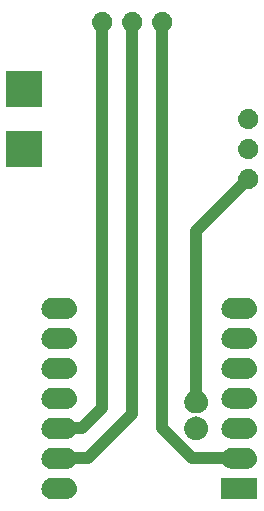
<source format=gbr>
%TF.GenerationSoftware,Flux,Pcbnew,9.0.1-9.0.1-0~ubuntu22.04.1*%
%TF.CreationDate,2025-07-26T15:57:39+00:00*%
%TF.ProjectId,input,696e7075-742e-46b6-9963-61645f706362,rev?*%
%TF.SameCoordinates,Original*%
%TF.FileFunction,Copper,L1,Top*%
%TF.FilePolarity,Positive*%
%FSLAX46Y46*%
G04 Gerber Fmt 4.6, Leading zero omitted, Abs format (unit mm)*
G04 Filename: myoesp32*
G04 Build it with Flux! Visit our site at: https://www.flux.ai (PCBNEW 9.0.1-9.0.1-0~ubuntu22.04.1) date 2025-07-26 15:57:39*
%MOMM*%
%LPD*%
G01*
G04 APERTURE LIST*
G04 Aperture macros list*
%AMFreePoly0*
4,1,9,0.000462,0.000191,0.000462,-0.000191,0.000191,-0.000462,-0.000191,-0.000462,-0.000462,-0.000191,-0.000462,0.000191,-0.000191,0.000462,0.000191,0.000462,0.000462,0.000191,0.000462,0.000191,$1*%
G04 Aperture macros list end*
%TA.AperFunction,EtchedComponent*%
%ADD10C,0.000000*%
%TD*%
%TA.AperFunction,ComponentPad*%
%ADD11FreePoly0,180.000000*%
%TD*%
%TA.AperFunction,ComponentPad*%
%ADD12FreePoly0,270.000000*%
%TD*%
%TA.AperFunction,ComponentPad*%
%ADD13FreePoly0,0.000000*%
%TD*%
%TA.AperFunction,ComponentPad*%
%ADD14FreePoly0,90.000000*%
%TD*%
%TA.AperFunction,Conductor*%
%ADD15C,1.016000*%
%TD*%
G04 APERTURE END LIST*
D10*
%TA.AperFunction,EtchedComponent*%
%TO.C,*%
G36*
X9785914Y-11304975D02*
G01*
X9872539Y-11322205D01*
X9957058Y-11347842D01*
X10038657Y-11381641D01*
X10116550Y-11423275D01*
X10189987Y-11472344D01*
X10258261Y-11528374D01*
X10320715Y-11590826D01*
X10376746Y-11659100D01*
X10425815Y-11732536D01*
X10467451Y-11810429D01*
X10501251Y-11892027D01*
X10526890Y-11976546D01*
X10544121Y-12063170D01*
X10552779Y-12151067D01*
X10552779Y-12239389D01*
X10544123Y-12327285D01*
X10526893Y-12413910D01*
X10501255Y-12498429D01*
X10467456Y-12580028D01*
X10425822Y-12657921D01*
X10376754Y-12731358D01*
X10320724Y-12799633D01*
X10258271Y-12862086D01*
X10189998Y-12918117D01*
X10116561Y-12967187D01*
X10038669Y-13008822D01*
X9957070Y-13042622D01*
X9872552Y-13068261D01*
X9785927Y-13085492D01*
X9698031Y-13094150D01*
X9609709Y-13094151D01*
X8409709Y-13094159D01*
X8321812Y-13085503D01*
X8235187Y-13068273D01*
X8150668Y-13042635D01*
X8069069Y-13008836D01*
X7991176Y-12967202D01*
X7917739Y-12918134D01*
X7849465Y-12862104D01*
X7787012Y-12799651D01*
X7730980Y-12731378D01*
X7681911Y-12657941D01*
X7640276Y-12580049D01*
X7606476Y-12498450D01*
X7580837Y-12413932D01*
X7563605Y-12327307D01*
X7554948Y-12239411D01*
X7554947Y-12151089D01*
X7563603Y-12063192D01*
X7580833Y-11976567D01*
X7606471Y-11892049D01*
X7640270Y-11810450D01*
X7681904Y-11732556D01*
X7730972Y-11659119D01*
X7787003Y-11590845D01*
X7849455Y-11528392D01*
X7917728Y-11472360D01*
X7991165Y-11423291D01*
X8069058Y-11381656D01*
X8150656Y-11347856D01*
X8235175Y-11322217D01*
X8321799Y-11304985D01*
X8409696Y-11296328D01*
X9698017Y-11296318D01*
X9785914Y-11304975D01*
G37*
%TD.AperFunction*%
%TA.AperFunction,EtchedComponent*%
G36*
X9785914Y-11304975D02*
G01*
X9872539Y-11322205D01*
X9957058Y-11347842D01*
X10038657Y-11381641D01*
X10116550Y-11423275D01*
X10189987Y-11472344D01*
X10258261Y-11528374D01*
X10320715Y-11590826D01*
X10376746Y-11659100D01*
X10425815Y-11732536D01*
X10467451Y-11810429D01*
X10501251Y-11892027D01*
X10526890Y-11976546D01*
X10544121Y-12063170D01*
X10552779Y-12151067D01*
X10552779Y-12239389D01*
X10544123Y-12327285D01*
X10526893Y-12413910D01*
X10501255Y-12498429D01*
X10467456Y-12580028D01*
X10425822Y-12657921D01*
X10376754Y-12731358D01*
X10320724Y-12799633D01*
X10258271Y-12862086D01*
X10189998Y-12918117D01*
X10116561Y-12967187D01*
X10038669Y-13008822D01*
X9957070Y-13042622D01*
X9872552Y-13068261D01*
X9785927Y-13085492D01*
X9698031Y-13094150D01*
X9609709Y-13094151D01*
X8409709Y-13094159D01*
X8321812Y-13085503D01*
X8235187Y-13068273D01*
X8150668Y-13042635D01*
X8069069Y-13008836D01*
X7991176Y-12967202D01*
X7917739Y-12918134D01*
X7849465Y-12862104D01*
X7787012Y-12799651D01*
X7730980Y-12731378D01*
X7681911Y-12657941D01*
X7640276Y-12580049D01*
X7606476Y-12498450D01*
X7580837Y-12413932D01*
X7563605Y-12327307D01*
X7554948Y-12239411D01*
X7554947Y-12151089D01*
X7563603Y-12063192D01*
X7580833Y-11976567D01*
X7606471Y-11892049D01*
X7640270Y-11810450D01*
X7681904Y-11732556D01*
X7730972Y-11659119D01*
X7787003Y-11590845D01*
X7849455Y-11528392D01*
X7917728Y-11472360D01*
X7991165Y-11423291D01*
X8069058Y-11381656D01*
X8150656Y-11347856D01*
X8235175Y-11322217D01*
X8321799Y-11304985D01*
X8409696Y-11296328D01*
X9698017Y-11296318D01*
X9785914Y-11304975D01*
G37*
%TD.AperFunction*%
%TA.AperFunction,EtchedComponent*%
G36*
X-5454105Y-8765086D02*
G01*
X-5367480Y-8782317D01*
X-5282961Y-8807954D01*
X-5201362Y-8841753D01*
X-5123469Y-8883387D01*
X-5050032Y-8932456D01*
X-4981757Y-8988486D01*
X-4919304Y-9050938D01*
X-4863273Y-9119212D01*
X-4814203Y-9192648D01*
X-4772568Y-9270541D01*
X-4738768Y-9352139D01*
X-4713129Y-9436658D01*
X-4695898Y-9523282D01*
X-4687240Y-9611179D01*
X-4687239Y-9699501D01*
X-4695896Y-9787397D01*
X-4713126Y-9874022D01*
X-4738764Y-9958541D01*
X-4772562Y-10040140D01*
X-4814196Y-10118033D01*
X-4863265Y-10191470D01*
X-4919295Y-10259744D01*
X-4981748Y-10322198D01*
X-5050021Y-10378229D01*
X-5123457Y-10427299D01*
X-5201350Y-10468934D01*
X-5282948Y-10502734D01*
X-5367467Y-10528373D01*
X-5454092Y-10545604D01*
X-5541988Y-10554262D01*
X-5630310Y-10554263D01*
X-6830310Y-10554271D01*
X-6918206Y-10545615D01*
X-7004831Y-10528385D01*
X-7089350Y-10502747D01*
X-7170949Y-10468948D01*
X-7248842Y-10427314D01*
X-7322280Y-10378246D01*
X-7390554Y-10322216D01*
X-7453007Y-10259763D01*
X-7509038Y-10191490D01*
X-7558108Y-10118053D01*
X-7599743Y-10040161D01*
X-7633543Y-9958562D01*
X-7659182Y-9874044D01*
X-7676413Y-9787419D01*
X-7685071Y-9699523D01*
X-7685072Y-9611201D01*
X-7676415Y-9523304D01*
X-7659185Y-9436679D01*
X-7633547Y-9352160D01*
X-7599749Y-9270562D01*
X-7558115Y-9192668D01*
X-7509046Y-9119231D01*
X-7453016Y-9050957D01*
X-7390564Y-8988504D01*
X-7322290Y-8932472D01*
X-7248854Y-8883403D01*
X-7170961Y-8841768D01*
X-7089363Y-8807968D01*
X-7004844Y-8782329D01*
X-6918220Y-8765097D01*
X-6830323Y-8756440D01*
X-5542001Y-8756430D01*
X-5454105Y-8765086D01*
G37*
%TD.AperFunction*%
%TA.AperFunction,EtchedComponent*%
G36*
X-5454105Y-8765086D02*
G01*
X-5367480Y-8782317D01*
X-5282961Y-8807954D01*
X-5201362Y-8841753D01*
X-5123469Y-8883387D01*
X-5050032Y-8932456D01*
X-4981757Y-8988486D01*
X-4919304Y-9050938D01*
X-4863273Y-9119212D01*
X-4814203Y-9192648D01*
X-4772568Y-9270541D01*
X-4738768Y-9352139D01*
X-4713129Y-9436658D01*
X-4695898Y-9523282D01*
X-4687240Y-9611179D01*
X-4687239Y-9699501D01*
X-4695896Y-9787397D01*
X-4713126Y-9874022D01*
X-4738764Y-9958541D01*
X-4772562Y-10040140D01*
X-4814196Y-10118033D01*
X-4863265Y-10191470D01*
X-4919295Y-10259744D01*
X-4981748Y-10322198D01*
X-5050021Y-10378229D01*
X-5123457Y-10427299D01*
X-5201350Y-10468934D01*
X-5282948Y-10502734D01*
X-5367467Y-10528373D01*
X-5454092Y-10545604D01*
X-5541988Y-10554262D01*
X-5630310Y-10554263D01*
X-6830310Y-10554271D01*
X-6918206Y-10545615D01*
X-7004831Y-10528385D01*
X-7089350Y-10502747D01*
X-7170949Y-10468948D01*
X-7248842Y-10427314D01*
X-7322280Y-10378246D01*
X-7390554Y-10322216D01*
X-7453007Y-10259763D01*
X-7509038Y-10191490D01*
X-7558108Y-10118053D01*
X-7599743Y-10040161D01*
X-7633543Y-9958562D01*
X-7659182Y-9874044D01*
X-7676413Y-9787419D01*
X-7685071Y-9699523D01*
X-7685072Y-9611201D01*
X-7676415Y-9523304D01*
X-7659185Y-9436679D01*
X-7633547Y-9352160D01*
X-7599749Y-9270562D01*
X-7558115Y-9192668D01*
X-7509046Y-9119231D01*
X-7453016Y-9050957D01*
X-7390564Y-8988504D01*
X-7322290Y-8932472D01*
X-7248854Y-8883403D01*
X-7170961Y-8841768D01*
X-7089363Y-8807968D01*
X-7004844Y-8782329D01*
X-6918220Y-8765097D01*
X-6830323Y-8756440D01*
X-5542001Y-8756430D01*
X-5454105Y-8765086D01*
G37*
%TD.AperFunction*%
%TA.AperFunction,EtchedComponent*%
G36*
X-5454142Y-3685086D02*
G01*
X-5367517Y-3702317D01*
X-5282998Y-3727954D01*
X-5201399Y-3761753D01*
X-5123506Y-3803387D01*
X-5050069Y-3852456D01*
X-4981795Y-3908486D01*
X-4919341Y-3970938D01*
X-4863310Y-4039212D01*
X-4814241Y-4112648D01*
X-4772605Y-4190541D01*
X-4738805Y-4272139D01*
X-4713166Y-4356658D01*
X-4695935Y-4443282D01*
X-4687277Y-4531179D01*
X-4687277Y-4619501D01*
X-4695933Y-4707397D01*
X-4713163Y-4794022D01*
X-4738801Y-4878541D01*
X-4772600Y-4960140D01*
X-4814234Y-5038033D01*
X-4863302Y-5111470D01*
X-4919332Y-5179744D01*
X-4981785Y-5242198D01*
X-5050058Y-5298229D01*
X-5123495Y-5347299D01*
X-5201387Y-5388934D01*
X-5282986Y-5422734D01*
X-5367504Y-5448373D01*
X-5454129Y-5465604D01*
X-5542025Y-5474262D01*
X-5630347Y-5474263D01*
X-6830347Y-5474271D01*
X-6918244Y-5465615D01*
X-7004869Y-5448385D01*
X-7089388Y-5422747D01*
X-7170986Y-5388948D01*
X-7248880Y-5347314D01*
X-7322317Y-5298246D01*
X-7390591Y-5242216D01*
X-7453044Y-5179763D01*
X-7509076Y-5111490D01*
X-7558145Y-5038053D01*
X-7599780Y-4960161D01*
X-7633580Y-4878562D01*
X-7659219Y-4794044D01*
X-7676451Y-4707419D01*
X-7685108Y-4619523D01*
X-7685109Y-4531201D01*
X-7676453Y-4443304D01*
X-7659223Y-4356679D01*
X-7633585Y-4272160D01*
X-7599786Y-4190562D01*
X-7558152Y-4112668D01*
X-7509084Y-4039231D01*
X-7453053Y-3970957D01*
X-7390601Y-3908504D01*
X-7322328Y-3852472D01*
X-7248891Y-3803403D01*
X-7170998Y-3761768D01*
X-7089400Y-3727968D01*
X-7004881Y-3702329D01*
X-6918257Y-3685097D01*
X-6830360Y-3676440D01*
X-5542039Y-3676430D01*
X-5454142Y-3685086D01*
G37*
%TD.AperFunction*%
%TA.AperFunction,EtchedComponent*%
G36*
X-5454142Y-3685086D02*
G01*
X-5367517Y-3702317D01*
X-5282998Y-3727954D01*
X-5201399Y-3761753D01*
X-5123506Y-3803387D01*
X-5050069Y-3852456D01*
X-4981795Y-3908486D01*
X-4919341Y-3970938D01*
X-4863310Y-4039212D01*
X-4814241Y-4112648D01*
X-4772605Y-4190541D01*
X-4738805Y-4272139D01*
X-4713166Y-4356658D01*
X-4695935Y-4443282D01*
X-4687277Y-4531179D01*
X-4687277Y-4619501D01*
X-4695933Y-4707397D01*
X-4713163Y-4794022D01*
X-4738801Y-4878541D01*
X-4772600Y-4960140D01*
X-4814234Y-5038033D01*
X-4863302Y-5111470D01*
X-4919332Y-5179744D01*
X-4981785Y-5242198D01*
X-5050058Y-5298229D01*
X-5123495Y-5347299D01*
X-5201387Y-5388934D01*
X-5282986Y-5422734D01*
X-5367504Y-5448373D01*
X-5454129Y-5465604D01*
X-5542025Y-5474262D01*
X-5630347Y-5474263D01*
X-6830347Y-5474271D01*
X-6918244Y-5465615D01*
X-7004869Y-5448385D01*
X-7089388Y-5422747D01*
X-7170986Y-5388948D01*
X-7248880Y-5347314D01*
X-7322317Y-5298246D01*
X-7390591Y-5242216D01*
X-7453044Y-5179763D01*
X-7509076Y-5111490D01*
X-7558145Y-5038053D01*
X-7599780Y-4960161D01*
X-7633580Y-4878562D01*
X-7659219Y-4794044D01*
X-7676451Y-4707419D01*
X-7685108Y-4619523D01*
X-7685109Y-4531201D01*
X-7676453Y-4443304D01*
X-7659223Y-4356679D01*
X-7633585Y-4272160D01*
X-7599786Y-4190562D01*
X-7558152Y-4112668D01*
X-7509084Y-4039231D01*
X-7453053Y-3970957D01*
X-7390601Y-3908504D01*
X-7322328Y-3852472D01*
X-7248891Y-3803403D01*
X-7170998Y-3761768D01*
X-7089400Y-3727968D01*
X-7004881Y-3702329D01*
X-6918257Y-3685097D01*
X-6830360Y-3676440D01*
X-5542039Y-3676430D01*
X-5454142Y-3685086D01*
G37*
%TD.AperFunction*%
%TA.AperFunction,EtchedComponent*%
G36*
X-5454067Y-13845086D02*
G01*
X-5367443Y-13862317D01*
X-5282924Y-13887954D01*
X-5201325Y-13921753D01*
X-5123431Y-13963387D01*
X-5049994Y-14012456D01*
X-4981720Y-14068486D01*
X-4919267Y-14130938D01*
X-4863235Y-14199212D01*
X-4814166Y-14272648D01*
X-4772531Y-14350541D01*
X-4738731Y-14432139D01*
X-4713092Y-14516658D01*
X-4695860Y-14603282D01*
X-4687203Y-14691179D01*
X-4687202Y-14779501D01*
X-4695858Y-14867397D01*
X-4713089Y-14954022D01*
X-4738726Y-15038541D01*
X-4772525Y-15120140D01*
X-4814159Y-15198033D01*
X-4863228Y-15271470D01*
X-4919258Y-15339744D01*
X-4981710Y-15402198D01*
X-5049984Y-15458229D01*
X-5123420Y-15507299D01*
X-5201313Y-15548934D01*
X-5282911Y-15582734D01*
X-5367430Y-15608373D01*
X-5454054Y-15625604D01*
X-5541951Y-15634262D01*
X-5630273Y-15634263D01*
X-6830273Y-15634271D01*
X-6918169Y-15625615D01*
X-7004794Y-15608385D01*
X-7089313Y-15582747D01*
X-7170912Y-15548948D01*
X-7248805Y-15507314D01*
X-7322242Y-15458246D01*
X-7390516Y-15402216D01*
X-7452970Y-15339763D01*
X-7509001Y-15271490D01*
X-7558071Y-15198053D01*
X-7599706Y-15120161D01*
X-7633506Y-15038562D01*
X-7659145Y-14954044D01*
X-7676376Y-14867419D01*
X-7685034Y-14779523D01*
X-7685034Y-14691201D01*
X-7676378Y-14603304D01*
X-7659148Y-14516679D01*
X-7633510Y-14432160D01*
X-7599711Y-14350562D01*
X-7558077Y-14272668D01*
X-7509009Y-14199231D01*
X-7452979Y-14130957D01*
X-7390526Y-14068504D01*
X-7322253Y-14012472D01*
X-7248816Y-13963403D01*
X-7170924Y-13921768D01*
X-7089325Y-13887968D01*
X-7004807Y-13862329D01*
X-6918182Y-13845097D01*
X-6830286Y-13836440D01*
X-5541964Y-13836430D01*
X-5454067Y-13845086D01*
G37*
%TD.AperFunction*%
%TA.AperFunction,EtchedComponent*%
G36*
X-5454067Y-13845086D02*
G01*
X-5367443Y-13862317D01*
X-5282924Y-13887954D01*
X-5201325Y-13921753D01*
X-5123431Y-13963387D01*
X-5049994Y-14012456D01*
X-4981720Y-14068486D01*
X-4919267Y-14130938D01*
X-4863235Y-14199212D01*
X-4814166Y-14272648D01*
X-4772531Y-14350541D01*
X-4738731Y-14432139D01*
X-4713092Y-14516658D01*
X-4695860Y-14603282D01*
X-4687203Y-14691179D01*
X-4687202Y-14779501D01*
X-4695858Y-14867397D01*
X-4713089Y-14954022D01*
X-4738726Y-15038541D01*
X-4772525Y-15120140D01*
X-4814159Y-15198033D01*
X-4863228Y-15271470D01*
X-4919258Y-15339744D01*
X-4981710Y-15402198D01*
X-5049984Y-15458229D01*
X-5123420Y-15507299D01*
X-5201313Y-15548934D01*
X-5282911Y-15582734D01*
X-5367430Y-15608373D01*
X-5454054Y-15625604D01*
X-5541951Y-15634262D01*
X-5630273Y-15634263D01*
X-6830273Y-15634271D01*
X-6918169Y-15625615D01*
X-7004794Y-15608385D01*
X-7089313Y-15582747D01*
X-7170912Y-15548948D01*
X-7248805Y-15507314D01*
X-7322242Y-15458246D01*
X-7390516Y-15402216D01*
X-7452970Y-15339763D01*
X-7509001Y-15271490D01*
X-7558071Y-15198053D01*
X-7599706Y-15120161D01*
X-7633506Y-15038562D01*
X-7659145Y-14954044D01*
X-7676376Y-14867419D01*
X-7685034Y-14779523D01*
X-7685034Y-14691201D01*
X-7676378Y-14603304D01*
X-7659148Y-14516679D01*
X-7633510Y-14432160D01*
X-7599711Y-14350562D01*
X-7558077Y-14272668D01*
X-7509009Y-14199231D01*
X-7452979Y-14130957D01*
X-7390526Y-14068504D01*
X-7322253Y-14012472D01*
X-7248816Y-13963403D01*
X-7170924Y-13921768D01*
X-7089325Y-13887968D01*
X-7004807Y-13862329D01*
X-6918182Y-13845097D01*
X-6830286Y-13836440D01*
X-5541964Y-13836430D01*
X-5454067Y-13845086D01*
G37*
%TD.AperFunction*%
%TA.AperFunction,EtchedComponent*%
G36*
X-5454161Y-1145086D02*
G01*
X-5367536Y-1162317D01*
X-5283017Y-1187954D01*
X-5201418Y-1221753D01*
X-5123525Y-1263387D01*
X-5050087Y-1312456D01*
X-4981813Y-1368486D01*
X-4919360Y-1430938D01*
X-4863329Y-1499212D01*
X-4814259Y-1572648D01*
X-4772624Y-1650541D01*
X-4738824Y-1732139D01*
X-4713185Y-1816658D01*
X-4695954Y-1903282D01*
X-4687296Y-1991179D01*
X-4687295Y-2079501D01*
X-4695952Y-2167397D01*
X-4713182Y-2254022D01*
X-4738820Y-2338541D01*
X-4772618Y-2420140D01*
X-4814252Y-2498033D01*
X-4863321Y-2571470D01*
X-4919351Y-2639744D01*
X-4981804Y-2702198D01*
X-5050077Y-2758229D01*
X-5123513Y-2807299D01*
X-5201406Y-2848934D01*
X-5283004Y-2882734D01*
X-5367523Y-2908373D01*
X-5454148Y-2925604D01*
X-5542044Y-2934262D01*
X-5630366Y-2934263D01*
X-6830366Y-2934271D01*
X-6918262Y-2925615D01*
X-7004887Y-2908385D01*
X-7089406Y-2882747D01*
X-7171005Y-2848948D01*
X-7248898Y-2807314D01*
X-7322336Y-2758246D01*
X-7390610Y-2702216D01*
X-7453063Y-2639763D01*
X-7509094Y-2571490D01*
X-7558164Y-2498053D01*
X-7599799Y-2420161D01*
X-7633599Y-2338562D01*
X-7659238Y-2254044D01*
X-7676469Y-2167419D01*
X-7685127Y-2079523D01*
X-7685128Y-1991201D01*
X-7676471Y-1903304D01*
X-7659241Y-1816679D01*
X-7633603Y-1732160D01*
X-7599805Y-1650562D01*
X-7558171Y-1572668D01*
X-7509102Y-1499231D01*
X-7453072Y-1430957D01*
X-7390620Y-1368504D01*
X-7322346Y-1312472D01*
X-7248910Y-1263403D01*
X-7171017Y-1221768D01*
X-7089419Y-1187968D01*
X-7004900Y-1162329D01*
X-6918276Y-1145097D01*
X-6830379Y-1136440D01*
X-5542057Y-1136430D01*
X-5454161Y-1145086D01*
G37*
%TD.AperFunction*%
%TA.AperFunction,EtchedComponent*%
G36*
X-5454161Y-1145086D02*
G01*
X-5367536Y-1162317D01*
X-5283017Y-1187954D01*
X-5201418Y-1221753D01*
X-5123525Y-1263387D01*
X-5050087Y-1312456D01*
X-4981813Y-1368486D01*
X-4919360Y-1430938D01*
X-4863329Y-1499212D01*
X-4814259Y-1572648D01*
X-4772624Y-1650541D01*
X-4738824Y-1732139D01*
X-4713185Y-1816658D01*
X-4695954Y-1903282D01*
X-4687296Y-1991179D01*
X-4687295Y-2079501D01*
X-4695952Y-2167397D01*
X-4713182Y-2254022D01*
X-4738820Y-2338541D01*
X-4772618Y-2420140D01*
X-4814252Y-2498033D01*
X-4863321Y-2571470D01*
X-4919351Y-2639744D01*
X-4981804Y-2702198D01*
X-5050077Y-2758229D01*
X-5123513Y-2807299D01*
X-5201406Y-2848934D01*
X-5283004Y-2882734D01*
X-5367523Y-2908373D01*
X-5454148Y-2925604D01*
X-5542044Y-2934262D01*
X-5630366Y-2934263D01*
X-6830366Y-2934271D01*
X-6918262Y-2925615D01*
X-7004887Y-2908385D01*
X-7089406Y-2882747D01*
X-7171005Y-2848948D01*
X-7248898Y-2807314D01*
X-7322336Y-2758246D01*
X-7390610Y-2702216D01*
X-7453063Y-2639763D01*
X-7509094Y-2571490D01*
X-7558164Y-2498053D01*
X-7599799Y-2420161D01*
X-7633599Y-2338562D01*
X-7659238Y-2254044D01*
X-7676469Y-2167419D01*
X-7685127Y-2079523D01*
X-7685128Y-1991201D01*
X-7676471Y-1903304D01*
X-7659241Y-1816679D01*
X-7633603Y-1732160D01*
X-7599805Y-1650562D01*
X-7558171Y-1572668D01*
X-7509102Y-1499231D01*
X-7453072Y-1430957D01*
X-7390620Y-1368504D01*
X-7322346Y-1312472D01*
X-7248910Y-1263403D01*
X-7171017Y-1221768D01*
X-7089419Y-1187968D01*
X-7004900Y-1162329D01*
X-6918276Y-1145097D01*
X-6830379Y-1136440D01*
X-5542057Y-1136430D01*
X-5454161Y-1145086D01*
G37*
%TD.AperFunction*%
%TA.AperFunction,EtchedComponent*%
G36*
X-5454123Y-6225086D02*
G01*
X-5367498Y-6242317D01*
X-5282980Y-6267954D01*
X-5201381Y-6301753D01*
X-5123487Y-6343387D01*
X-5050050Y-6392456D01*
X-4981776Y-6448486D01*
X-4919323Y-6510938D01*
X-4863291Y-6579212D01*
X-4814222Y-6652648D01*
X-4772587Y-6730541D01*
X-4738787Y-6812139D01*
X-4713148Y-6896658D01*
X-4695916Y-6983282D01*
X-4687259Y-7071179D01*
X-4687258Y-7159501D01*
X-4695914Y-7247397D01*
X-4713144Y-7334022D01*
X-4738782Y-7418541D01*
X-4772581Y-7500140D01*
X-4814215Y-7578033D01*
X-4863284Y-7651470D01*
X-4919314Y-7719744D01*
X-4981766Y-7782198D01*
X-5050040Y-7838229D01*
X-5123476Y-7887299D01*
X-5201369Y-7928934D01*
X-5282967Y-7962734D01*
X-5367486Y-7988373D01*
X-5454110Y-8005604D01*
X-5542007Y-8014262D01*
X-5630329Y-8014263D01*
X-6830329Y-8014271D01*
X-6918225Y-8005615D01*
X-7004850Y-7988385D01*
X-7089369Y-7962747D01*
X-7170968Y-7928948D01*
X-7248861Y-7887314D01*
X-7322298Y-7838246D01*
X-7390572Y-7782216D01*
X-7453026Y-7719763D01*
X-7509057Y-7651490D01*
X-7558127Y-7578053D01*
X-7599762Y-7500161D01*
X-7633562Y-7418562D01*
X-7659201Y-7334044D01*
X-7676432Y-7247419D01*
X-7685090Y-7159523D01*
X-7685090Y-7071201D01*
X-7676434Y-6983304D01*
X-7659204Y-6896679D01*
X-7633566Y-6812160D01*
X-7599767Y-6730562D01*
X-7558133Y-6652668D01*
X-7509065Y-6579231D01*
X-7453035Y-6510957D01*
X-7390582Y-6448504D01*
X-7322309Y-6392472D01*
X-7248872Y-6343403D01*
X-7170980Y-6301768D01*
X-7089381Y-6267968D01*
X-7004863Y-6242329D01*
X-6918238Y-6225097D01*
X-6830342Y-6216440D01*
X-5542020Y-6216430D01*
X-5454123Y-6225086D01*
G37*
%TD.AperFunction*%
%TA.AperFunction,EtchedComponent*%
G36*
X-5454123Y-6225086D02*
G01*
X-5367498Y-6242317D01*
X-5282980Y-6267954D01*
X-5201381Y-6301753D01*
X-5123487Y-6343387D01*
X-5050050Y-6392456D01*
X-4981776Y-6448486D01*
X-4919323Y-6510938D01*
X-4863291Y-6579212D01*
X-4814222Y-6652648D01*
X-4772587Y-6730541D01*
X-4738787Y-6812139D01*
X-4713148Y-6896658D01*
X-4695916Y-6983282D01*
X-4687259Y-7071179D01*
X-4687258Y-7159501D01*
X-4695914Y-7247397D01*
X-4713144Y-7334022D01*
X-4738782Y-7418541D01*
X-4772581Y-7500140D01*
X-4814215Y-7578033D01*
X-4863284Y-7651470D01*
X-4919314Y-7719744D01*
X-4981766Y-7782198D01*
X-5050040Y-7838229D01*
X-5123476Y-7887299D01*
X-5201369Y-7928934D01*
X-5282967Y-7962734D01*
X-5367486Y-7988373D01*
X-5454110Y-8005604D01*
X-5542007Y-8014262D01*
X-5630329Y-8014263D01*
X-6830329Y-8014271D01*
X-6918225Y-8005615D01*
X-7004850Y-7988385D01*
X-7089369Y-7962747D01*
X-7170968Y-7928948D01*
X-7248861Y-7887314D01*
X-7322298Y-7838246D01*
X-7390572Y-7782216D01*
X-7453026Y-7719763D01*
X-7509057Y-7651490D01*
X-7558127Y-7578053D01*
X-7599762Y-7500161D01*
X-7633562Y-7418562D01*
X-7659201Y-7334044D01*
X-7676432Y-7247419D01*
X-7685090Y-7159523D01*
X-7685090Y-7071201D01*
X-7676434Y-6983304D01*
X-7659204Y-6896679D01*
X-7633566Y-6812160D01*
X-7599767Y-6730562D01*
X-7558133Y-6652668D01*
X-7509065Y-6579231D01*
X-7453035Y-6510957D01*
X-7390582Y-6448504D01*
X-7322309Y-6392472D01*
X-7248872Y-6343403D01*
X-7170980Y-6301768D01*
X-7089381Y-6267968D01*
X-7004863Y-6242329D01*
X-6918238Y-6225097D01*
X-6830342Y-6216440D01*
X-5542020Y-6216430D01*
X-5454123Y-6225086D01*
G37*
%TD.AperFunction*%
%TA.AperFunction,EtchedComponent*%
G36*
X9785821Y1395025D02*
G01*
X9872446Y1377795D01*
X9956964Y1352158D01*
X10038563Y1318359D01*
X10116457Y1276725D01*
X10189894Y1227656D01*
X10258168Y1171626D01*
X10320621Y1109174D01*
X10376653Y1040900D01*
X10425722Y967464D01*
X10467357Y889571D01*
X10501157Y807973D01*
X10526796Y723454D01*
X10544028Y636830D01*
X10552685Y548933D01*
X10552686Y460611D01*
X10544030Y372715D01*
X10526800Y286090D01*
X10501162Y201571D01*
X10467363Y119972D01*
X10425729Y42079D01*
X10376661Y-31358D01*
X10320630Y-99633D01*
X10258178Y-162086D01*
X10189904Y-218117D01*
X10116468Y-267187D01*
X10038575Y-308822D01*
X9956977Y-342622D01*
X9872458Y-368261D01*
X9785834Y-385492D01*
X9697937Y-394150D01*
X9609615Y-394151D01*
X8409615Y-394159D01*
X8321719Y-385503D01*
X8235094Y-368273D01*
X8150575Y-342635D01*
X8068976Y-308836D01*
X7991083Y-267202D01*
X7917646Y-218134D01*
X7849372Y-162104D01*
X7786918Y-99651D01*
X7730887Y-31378D01*
X7681817Y42059D01*
X7640182Y119951D01*
X7606382Y201550D01*
X7580743Y286068D01*
X7563512Y372693D01*
X7554854Y460589D01*
X7554854Y548911D01*
X7563510Y636808D01*
X7580740Y723433D01*
X7606378Y807951D01*
X7640177Y889550D01*
X7681811Y967444D01*
X7730879Y1040881D01*
X7786909Y1109155D01*
X7849362Y1171608D01*
X7917635Y1227640D01*
X7991072Y1276709D01*
X8068964Y1318344D01*
X8150563Y1352144D01*
X8235081Y1377783D01*
X8321706Y1395015D01*
X8409602Y1403672D01*
X9697924Y1403682D01*
X9785821Y1395025D01*
G37*
%TD.AperFunction*%
%TA.AperFunction,EtchedComponent*%
G36*
X9785821Y1395025D02*
G01*
X9872446Y1377795D01*
X9956964Y1352158D01*
X10038563Y1318359D01*
X10116457Y1276725D01*
X10189894Y1227656D01*
X10258168Y1171626D01*
X10320621Y1109174D01*
X10376653Y1040900D01*
X10425722Y967464D01*
X10467357Y889571D01*
X10501157Y807973D01*
X10526796Y723454D01*
X10544028Y636830D01*
X10552685Y548933D01*
X10552686Y460611D01*
X10544030Y372715D01*
X10526800Y286090D01*
X10501162Y201571D01*
X10467363Y119972D01*
X10425729Y42079D01*
X10376661Y-31358D01*
X10320630Y-99633D01*
X10258178Y-162086D01*
X10189904Y-218117D01*
X10116468Y-267187D01*
X10038575Y-308822D01*
X9956977Y-342622D01*
X9872458Y-368261D01*
X9785834Y-385492D01*
X9697937Y-394150D01*
X9609615Y-394151D01*
X8409615Y-394159D01*
X8321719Y-385503D01*
X8235094Y-368273D01*
X8150575Y-342635D01*
X8068976Y-308836D01*
X7991083Y-267202D01*
X7917646Y-218134D01*
X7849372Y-162104D01*
X7786918Y-99651D01*
X7730887Y-31378D01*
X7681817Y42059D01*
X7640182Y119951D01*
X7606382Y201550D01*
X7580743Y286068D01*
X7563512Y372693D01*
X7554854Y460589D01*
X7554854Y548911D01*
X7563510Y636808D01*
X7580740Y723433D01*
X7606378Y807951D01*
X7640177Y889550D01*
X7681811Y967444D01*
X7730879Y1040881D01*
X7786909Y1109155D01*
X7849362Y1171608D01*
X7917635Y1227640D01*
X7991072Y1276709D01*
X8068964Y1318344D01*
X8150563Y1352144D01*
X8235081Y1377783D01*
X8321706Y1395015D01*
X8409602Y1403672D01*
X9697924Y1403682D01*
X9785821Y1395025D01*
G37*
%TD.AperFunction*%
%TA.AperFunction,EtchedComponent*%
G36*
X-5454179Y1394914D02*
G01*
X-5367554Y1377683D01*
X-5283036Y1352046D01*
X-5201437Y1318247D01*
X-5123543Y1276613D01*
X-5050106Y1227544D01*
X-4981832Y1171514D01*
X-4919379Y1109062D01*
X-4863347Y1040788D01*
X-4814278Y967352D01*
X-4772643Y889459D01*
X-4738843Y807861D01*
X-4713204Y723342D01*
X-4695972Y636718D01*
X-4687315Y548821D01*
X-4687314Y460499D01*
X-4695970Y372603D01*
X-4713200Y285978D01*
X-4738838Y201459D01*
X-4772637Y119860D01*
X-4814271Y41967D01*
X-4863339Y-31470D01*
X-4919370Y-99744D01*
X-4981822Y-162198D01*
X-5050096Y-218229D01*
X-5123532Y-267299D01*
X-5201425Y-308934D01*
X-5283023Y-342734D01*
X-5367542Y-368373D01*
X-5454166Y-385604D01*
X-5542063Y-394262D01*
X-5630385Y-394263D01*
X-6830385Y-394271D01*
X-6918281Y-385615D01*
X-7004906Y-368385D01*
X-7089425Y-342747D01*
X-7171024Y-308948D01*
X-7248917Y-267314D01*
X-7322354Y-218246D01*
X-7390628Y-162216D01*
X-7453082Y-99763D01*
X-7509113Y-31490D01*
X-7558183Y41947D01*
X-7599818Y119839D01*
X-7633618Y201438D01*
X-7659257Y285956D01*
X-7676488Y372581D01*
X-7685146Y460477D01*
X-7685146Y548799D01*
X-7676490Y636696D01*
X-7659260Y723321D01*
X-7633622Y807840D01*
X-7599823Y889438D01*
X-7558189Y967332D01*
X-7509121Y1040769D01*
X-7453091Y1109043D01*
X-7390638Y1171496D01*
X-7322365Y1227528D01*
X-7248928Y1276597D01*
X-7171036Y1318232D01*
X-7089437Y1352032D01*
X-7004919Y1377671D01*
X-6918294Y1394903D01*
X-6830398Y1403560D01*
X-5542076Y1403570D01*
X-5454179Y1394914D01*
G37*
%TD.AperFunction*%
%TA.AperFunction,EtchedComponent*%
G36*
X-5454179Y1394914D02*
G01*
X-5367554Y1377683D01*
X-5283036Y1352046D01*
X-5201437Y1318247D01*
X-5123543Y1276613D01*
X-5050106Y1227544D01*
X-4981832Y1171514D01*
X-4919379Y1109062D01*
X-4863347Y1040788D01*
X-4814278Y967352D01*
X-4772643Y889459D01*
X-4738843Y807861D01*
X-4713204Y723342D01*
X-4695972Y636718D01*
X-4687315Y548821D01*
X-4687314Y460499D01*
X-4695970Y372603D01*
X-4713200Y285978D01*
X-4738838Y201459D01*
X-4772637Y119860D01*
X-4814271Y41967D01*
X-4863339Y-31470D01*
X-4919370Y-99744D01*
X-4981822Y-162198D01*
X-5050096Y-218229D01*
X-5123532Y-267299D01*
X-5201425Y-308934D01*
X-5283023Y-342734D01*
X-5367542Y-368373D01*
X-5454166Y-385604D01*
X-5542063Y-394262D01*
X-5630385Y-394263D01*
X-6830385Y-394271D01*
X-6918281Y-385615D01*
X-7004906Y-368385D01*
X-7089425Y-342747D01*
X-7171024Y-308948D01*
X-7248917Y-267314D01*
X-7322354Y-218246D01*
X-7390628Y-162216D01*
X-7453082Y-99763D01*
X-7509113Y-31490D01*
X-7558183Y41947D01*
X-7599818Y119839D01*
X-7633618Y201438D01*
X-7659257Y285956D01*
X-7676488Y372581D01*
X-7685146Y460477D01*
X-7685146Y548799D01*
X-7676490Y636696D01*
X-7659260Y723321D01*
X-7633622Y807840D01*
X-7599823Y889438D01*
X-7558189Y967332D01*
X-7509121Y1040769D01*
X-7453091Y1109043D01*
X-7390638Y1171496D01*
X-7322365Y1227528D01*
X-7248928Y1276597D01*
X-7171036Y1318232D01*
X-7089437Y1352032D01*
X-7004919Y1377671D01*
X-6918294Y1394903D01*
X-6830398Y1403560D01*
X-5542076Y1403570D01*
X-5454179Y1394914D01*
G37*
%TD.AperFunction*%
%TA.AperFunction,EtchedComponent*%
G36*
X9785858Y-3684975D02*
G01*
X9872483Y-3702205D01*
X9957002Y-3727842D01*
X10038601Y-3761641D01*
X10116494Y-3803275D01*
X10189931Y-3852344D01*
X10258205Y-3908374D01*
X10320659Y-3970826D01*
X10376690Y-4039100D01*
X10425759Y-4112536D01*
X10467395Y-4190429D01*
X10501195Y-4272027D01*
X10526834Y-4356546D01*
X10544065Y-4443170D01*
X10552723Y-4531067D01*
X10552723Y-4619389D01*
X10544067Y-4707285D01*
X10526837Y-4793910D01*
X10501199Y-4878429D01*
X10467400Y-4960028D01*
X10425766Y-5037921D01*
X10376698Y-5111358D01*
X10320668Y-5179633D01*
X10258215Y-5242086D01*
X10189942Y-5298117D01*
X10116505Y-5347187D01*
X10038613Y-5388822D01*
X9957014Y-5422622D01*
X9872496Y-5448261D01*
X9785871Y-5465492D01*
X9697975Y-5474150D01*
X9609653Y-5474151D01*
X8409653Y-5474159D01*
X8321756Y-5465503D01*
X8235131Y-5448273D01*
X8150612Y-5422635D01*
X8069014Y-5388836D01*
X7991120Y-5347202D01*
X7917683Y-5298134D01*
X7849409Y-5242104D01*
X7786956Y-5179651D01*
X7730924Y-5111378D01*
X7681855Y-5037941D01*
X7640220Y-4960049D01*
X7606420Y-4878450D01*
X7580781Y-4793932D01*
X7563549Y-4707307D01*
X7554892Y-4619411D01*
X7554891Y-4531089D01*
X7563547Y-4443192D01*
X7580777Y-4356567D01*
X7606415Y-4272049D01*
X7640214Y-4190450D01*
X7681848Y-4112556D01*
X7730916Y-4039119D01*
X7786947Y-3970845D01*
X7849399Y-3908392D01*
X7917672Y-3852360D01*
X7991109Y-3803291D01*
X8069002Y-3761656D01*
X8150600Y-3727856D01*
X8235119Y-3702217D01*
X8321743Y-3684985D01*
X8409640Y-3676328D01*
X9697961Y-3676318D01*
X9785858Y-3684975D01*
G37*
%TD.AperFunction*%
%TA.AperFunction,EtchedComponent*%
G36*
X9785858Y-3684975D02*
G01*
X9872483Y-3702205D01*
X9957002Y-3727842D01*
X10038601Y-3761641D01*
X10116494Y-3803275D01*
X10189931Y-3852344D01*
X10258205Y-3908374D01*
X10320659Y-3970826D01*
X10376690Y-4039100D01*
X10425759Y-4112536D01*
X10467395Y-4190429D01*
X10501195Y-4272027D01*
X10526834Y-4356546D01*
X10544065Y-4443170D01*
X10552723Y-4531067D01*
X10552723Y-4619389D01*
X10544067Y-4707285D01*
X10526837Y-4793910D01*
X10501199Y-4878429D01*
X10467400Y-4960028D01*
X10425766Y-5037921D01*
X10376698Y-5111358D01*
X10320668Y-5179633D01*
X10258215Y-5242086D01*
X10189942Y-5298117D01*
X10116505Y-5347187D01*
X10038613Y-5388822D01*
X9957014Y-5422622D01*
X9872496Y-5448261D01*
X9785871Y-5465492D01*
X9697975Y-5474150D01*
X9609653Y-5474151D01*
X8409653Y-5474159D01*
X8321756Y-5465503D01*
X8235131Y-5448273D01*
X8150612Y-5422635D01*
X8069014Y-5388836D01*
X7991120Y-5347202D01*
X7917683Y-5298134D01*
X7849409Y-5242104D01*
X7786956Y-5179651D01*
X7730924Y-5111378D01*
X7681855Y-5037941D01*
X7640220Y-4960049D01*
X7606420Y-4878450D01*
X7580781Y-4793932D01*
X7563549Y-4707307D01*
X7554892Y-4619411D01*
X7554891Y-4531089D01*
X7563547Y-4443192D01*
X7580777Y-4356567D01*
X7606415Y-4272049D01*
X7640214Y-4190450D01*
X7681848Y-4112556D01*
X7730916Y-4039119D01*
X7786947Y-3970845D01*
X7849399Y-3908392D01*
X7917672Y-3852360D01*
X7991109Y-3803291D01*
X8069002Y-3761656D01*
X8150600Y-3727856D01*
X8235119Y-3702217D01*
X8321743Y-3684985D01*
X8409640Y-3676328D01*
X9697961Y-3676318D01*
X9785858Y-3684975D01*
G37*
%TD.AperFunction*%
%TA.AperFunction,EtchedComponent*%
G36*
X9785839Y-1144975D02*
G01*
X9872464Y-1162205D01*
X9956983Y-1187842D01*
X10038582Y-1221641D01*
X10116475Y-1263275D01*
X10189913Y-1312344D01*
X10258187Y-1368374D01*
X10320640Y-1430826D01*
X10376671Y-1499100D01*
X10425741Y-1572536D01*
X10467376Y-1650429D01*
X10501176Y-1732027D01*
X10526815Y-1816546D01*
X10544046Y-1903170D01*
X10552704Y-1991067D01*
X10552705Y-2079389D01*
X10544048Y-2167285D01*
X10526818Y-2253910D01*
X10501180Y-2338429D01*
X10467382Y-2420028D01*
X10425748Y-2497921D01*
X10376679Y-2571358D01*
X10320649Y-2639633D01*
X10258196Y-2702086D01*
X10189923Y-2758117D01*
X10116487Y-2807187D01*
X10038594Y-2848822D01*
X9956996Y-2882622D01*
X9872477Y-2908261D01*
X9785852Y-2925492D01*
X9697956Y-2934150D01*
X9609634Y-2934151D01*
X8409634Y-2934159D01*
X8321738Y-2925503D01*
X8235113Y-2908273D01*
X8150594Y-2882635D01*
X8068995Y-2848836D01*
X7991102Y-2807202D01*
X7917664Y-2758134D01*
X7849390Y-2702104D01*
X7786937Y-2639651D01*
X7730906Y-2571378D01*
X7681836Y-2497941D01*
X7640201Y-2420049D01*
X7606401Y-2338450D01*
X7580762Y-2253932D01*
X7563531Y-2167307D01*
X7554873Y-2079411D01*
X7554872Y-1991089D01*
X7563529Y-1903192D01*
X7580759Y-1816567D01*
X7606397Y-1732049D01*
X7640195Y-1650450D01*
X7681829Y-1572556D01*
X7730898Y-1499119D01*
X7786928Y-1430845D01*
X7849380Y-1368392D01*
X7917654Y-1312360D01*
X7991090Y-1263291D01*
X8068983Y-1221656D01*
X8150581Y-1187856D01*
X8235100Y-1162217D01*
X8321724Y-1144985D01*
X8409621Y-1136328D01*
X9697943Y-1136318D01*
X9785839Y-1144975D01*
G37*
%TD.AperFunction*%
%TA.AperFunction,EtchedComponent*%
G36*
X9785839Y-1144975D02*
G01*
X9872464Y-1162205D01*
X9956983Y-1187842D01*
X10038582Y-1221641D01*
X10116475Y-1263275D01*
X10189913Y-1312344D01*
X10258187Y-1368374D01*
X10320640Y-1430826D01*
X10376671Y-1499100D01*
X10425741Y-1572536D01*
X10467376Y-1650429D01*
X10501176Y-1732027D01*
X10526815Y-1816546D01*
X10544046Y-1903170D01*
X10552704Y-1991067D01*
X10552705Y-2079389D01*
X10544048Y-2167285D01*
X10526818Y-2253910D01*
X10501180Y-2338429D01*
X10467382Y-2420028D01*
X10425748Y-2497921D01*
X10376679Y-2571358D01*
X10320649Y-2639633D01*
X10258196Y-2702086D01*
X10189923Y-2758117D01*
X10116487Y-2807187D01*
X10038594Y-2848822D01*
X9956996Y-2882622D01*
X9872477Y-2908261D01*
X9785852Y-2925492D01*
X9697956Y-2934150D01*
X9609634Y-2934151D01*
X8409634Y-2934159D01*
X8321738Y-2925503D01*
X8235113Y-2908273D01*
X8150594Y-2882635D01*
X8068995Y-2848836D01*
X7991102Y-2807202D01*
X7917664Y-2758134D01*
X7849390Y-2702104D01*
X7786937Y-2639651D01*
X7730906Y-2571378D01*
X7681836Y-2497941D01*
X7640201Y-2420049D01*
X7606401Y-2338450D01*
X7580762Y-2253932D01*
X7563531Y-2167307D01*
X7554873Y-2079411D01*
X7554872Y-1991089D01*
X7563529Y-1903192D01*
X7580759Y-1816567D01*
X7606397Y-1732049D01*
X7640195Y-1650450D01*
X7681829Y-1572556D01*
X7730898Y-1499119D01*
X7786928Y-1430845D01*
X7849380Y-1368392D01*
X7917654Y-1312360D01*
X7991090Y-1263291D01*
X8068983Y-1221656D01*
X8150581Y-1187856D01*
X8235100Y-1162217D01*
X8321724Y-1144985D01*
X8409621Y-1136328D01*
X9697943Y-1136318D01*
X9785839Y-1144975D01*
G37*
%TD.AperFunction*%
%TA.AperFunction,EtchedComponent*%
G36*
X10553888Y-15635228D02*
G01*
X7553888Y-15635250D01*
X7553875Y-13835250D01*
X10553875Y-13835228D01*
X10553888Y-15635228D01*
G37*
%TD.AperFunction*%
%TA.AperFunction,EtchedComponent*%
G36*
X10553888Y-15635228D02*
G01*
X7553888Y-15635250D01*
X7553875Y-13835250D01*
X10553875Y-13835228D01*
X10553888Y-15635228D01*
G37*
%TD.AperFunction*%
%TA.AperFunction,EtchedComponent*%
G36*
X9785895Y-8764975D02*
G01*
X9872520Y-8782205D01*
X9957039Y-8807842D01*
X10038638Y-8841641D01*
X10116531Y-8883275D01*
X10189968Y-8932344D01*
X10258243Y-8988374D01*
X10320696Y-9050826D01*
X10376727Y-9119100D01*
X10425797Y-9192536D01*
X10467432Y-9270429D01*
X10501232Y-9352027D01*
X10526871Y-9436546D01*
X10544102Y-9523170D01*
X10552760Y-9611067D01*
X10552761Y-9699389D01*
X10544104Y-9787285D01*
X10526874Y-9873910D01*
X10501236Y-9958429D01*
X10467438Y-10040028D01*
X10425804Y-10117921D01*
X10376735Y-10191358D01*
X10320705Y-10259633D01*
X10258252Y-10322086D01*
X10189979Y-10378117D01*
X10116543Y-10427187D01*
X10038650Y-10468822D01*
X9957052Y-10502622D01*
X9872533Y-10528261D01*
X9785908Y-10545492D01*
X9698012Y-10554150D01*
X9609690Y-10554151D01*
X8409690Y-10554159D01*
X8321794Y-10545503D01*
X8235169Y-10528273D01*
X8150650Y-10502635D01*
X8069051Y-10468836D01*
X7991158Y-10427202D01*
X7917720Y-10378134D01*
X7849446Y-10322104D01*
X7786993Y-10259651D01*
X7730962Y-10191378D01*
X7681892Y-10117941D01*
X7640257Y-10040049D01*
X7606457Y-9958450D01*
X7580818Y-9873932D01*
X7563587Y-9787307D01*
X7554929Y-9699411D01*
X7554928Y-9611089D01*
X7563585Y-9523192D01*
X7580815Y-9436567D01*
X7606453Y-9352049D01*
X7640251Y-9270450D01*
X7681885Y-9192556D01*
X7730954Y-9119119D01*
X7786984Y-9050845D01*
X7849436Y-8988392D01*
X7917710Y-8932360D01*
X7991146Y-8883291D01*
X8069039Y-8841656D01*
X8150637Y-8807856D01*
X8235156Y-8782217D01*
X8321780Y-8764985D01*
X8409677Y-8756328D01*
X9697999Y-8756318D01*
X9785895Y-8764975D01*
G37*
%TD.AperFunction*%
%TA.AperFunction,EtchedComponent*%
G36*
X9785895Y-8764975D02*
G01*
X9872520Y-8782205D01*
X9957039Y-8807842D01*
X10038638Y-8841641D01*
X10116531Y-8883275D01*
X10189968Y-8932344D01*
X10258243Y-8988374D01*
X10320696Y-9050826D01*
X10376727Y-9119100D01*
X10425797Y-9192536D01*
X10467432Y-9270429D01*
X10501232Y-9352027D01*
X10526871Y-9436546D01*
X10544102Y-9523170D01*
X10552760Y-9611067D01*
X10552761Y-9699389D01*
X10544104Y-9787285D01*
X10526874Y-9873910D01*
X10501236Y-9958429D01*
X10467438Y-10040028D01*
X10425804Y-10117921D01*
X10376735Y-10191358D01*
X10320705Y-10259633D01*
X10258252Y-10322086D01*
X10189979Y-10378117D01*
X10116543Y-10427187D01*
X10038650Y-10468822D01*
X9957052Y-10502622D01*
X9872533Y-10528261D01*
X9785908Y-10545492D01*
X9698012Y-10554150D01*
X9609690Y-10554151D01*
X8409690Y-10554159D01*
X8321794Y-10545503D01*
X8235169Y-10528273D01*
X8150650Y-10502635D01*
X8069051Y-10468836D01*
X7991158Y-10427202D01*
X7917720Y-10378134D01*
X7849446Y-10322104D01*
X7786993Y-10259651D01*
X7730962Y-10191378D01*
X7681892Y-10117941D01*
X7640257Y-10040049D01*
X7606457Y-9958450D01*
X7580818Y-9873932D01*
X7563587Y-9787307D01*
X7554929Y-9699411D01*
X7554928Y-9611089D01*
X7563585Y-9523192D01*
X7580815Y-9436567D01*
X7606453Y-9352049D01*
X7640251Y-9270450D01*
X7681885Y-9192556D01*
X7730954Y-9119119D01*
X7786984Y-9050845D01*
X7849436Y-8988392D01*
X7917710Y-8932360D01*
X7991146Y-8883291D01*
X8069039Y-8841656D01*
X8150637Y-8807856D01*
X8235156Y-8782217D01*
X8321780Y-8764985D01*
X8409677Y-8756328D01*
X9697999Y-8756318D01*
X9785895Y-8764975D01*
G37*
%TD.AperFunction*%
%TA.AperFunction,EtchedComponent*%
G36*
X-5454086Y-11305086D02*
G01*
X-5367461Y-11322317D01*
X-5282942Y-11347954D01*
X-5201343Y-11381753D01*
X-5123450Y-11423387D01*
X-5050013Y-11472456D01*
X-4981739Y-11528486D01*
X-4919285Y-11590938D01*
X-4863254Y-11659212D01*
X-4814185Y-11732648D01*
X-4772549Y-11810541D01*
X-4738749Y-11892139D01*
X-4713110Y-11976658D01*
X-4695879Y-12063282D01*
X-4687221Y-12151179D01*
X-4687221Y-12239501D01*
X-4695877Y-12327397D01*
X-4713107Y-12414022D01*
X-4738745Y-12498541D01*
X-4772544Y-12580140D01*
X-4814178Y-12658033D01*
X-4863246Y-12731470D01*
X-4919276Y-12799744D01*
X-4981729Y-12862198D01*
X-5050002Y-12918229D01*
X-5123439Y-12967299D01*
X-5201331Y-13008934D01*
X-5282930Y-13042734D01*
X-5367448Y-13068373D01*
X-5454073Y-13085604D01*
X-5541969Y-13094262D01*
X-5630291Y-13094263D01*
X-6830291Y-13094271D01*
X-6918188Y-13085615D01*
X-7004813Y-13068385D01*
X-7089332Y-13042747D01*
X-7170931Y-13008948D01*
X-7248824Y-12967314D01*
X-7322261Y-12918246D01*
X-7390535Y-12862216D01*
X-7452988Y-12799763D01*
X-7509020Y-12731490D01*
X-7558089Y-12658053D01*
X-7599724Y-12580161D01*
X-7633524Y-12498562D01*
X-7659163Y-12414044D01*
X-7676395Y-12327419D01*
X-7685052Y-12239523D01*
X-7685053Y-12151201D01*
X-7676397Y-12063304D01*
X-7659167Y-11976679D01*
X-7633529Y-11892160D01*
X-7599730Y-11810562D01*
X-7558096Y-11732668D01*
X-7509028Y-11659231D01*
X-7452997Y-11590957D01*
X-7390545Y-11528504D01*
X-7322272Y-11472472D01*
X-7248835Y-11423403D01*
X-7170942Y-11381768D01*
X-7089344Y-11347968D01*
X-7004825Y-11322329D01*
X-6918201Y-11305097D01*
X-6830304Y-11296440D01*
X-5541983Y-11296430D01*
X-5454086Y-11305086D01*
G37*
%TD.AperFunction*%
%TA.AperFunction,EtchedComponent*%
G36*
X-5454086Y-11305086D02*
G01*
X-5367461Y-11322317D01*
X-5282942Y-11347954D01*
X-5201343Y-11381753D01*
X-5123450Y-11423387D01*
X-5050013Y-11472456D01*
X-4981739Y-11528486D01*
X-4919285Y-11590938D01*
X-4863254Y-11659212D01*
X-4814185Y-11732648D01*
X-4772549Y-11810541D01*
X-4738749Y-11892139D01*
X-4713110Y-11976658D01*
X-4695879Y-12063282D01*
X-4687221Y-12151179D01*
X-4687221Y-12239501D01*
X-4695877Y-12327397D01*
X-4713107Y-12414022D01*
X-4738745Y-12498541D01*
X-4772544Y-12580140D01*
X-4814178Y-12658033D01*
X-4863246Y-12731470D01*
X-4919276Y-12799744D01*
X-4981729Y-12862198D01*
X-5050002Y-12918229D01*
X-5123439Y-12967299D01*
X-5201331Y-13008934D01*
X-5282930Y-13042734D01*
X-5367448Y-13068373D01*
X-5454073Y-13085604D01*
X-5541969Y-13094262D01*
X-5630291Y-13094263D01*
X-6830291Y-13094271D01*
X-6918188Y-13085615D01*
X-7004813Y-13068385D01*
X-7089332Y-13042747D01*
X-7170931Y-13008948D01*
X-7248824Y-12967314D01*
X-7322261Y-12918246D01*
X-7390535Y-12862216D01*
X-7452988Y-12799763D01*
X-7509020Y-12731490D01*
X-7558089Y-12658053D01*
X-7599724Y-12580161D01*
X-7633524Y-12498562D01*
X-7659163Y-12414044D01*
X-7676395Y-12327419D01*
X-7685052Y-12239523D01*
X-7685053Y-12151201D01*
X-7676397Y-12063304D01*
X-7659167Y-11976679D01*
X-7633529Y-11892160D01*
X-7599730Y-11810562D01*
X-7558096Y-11732668D01*
X-7509028Y-11659231D01*
X-7452997Y-11590957D01*
X-7390545Y-11528504D01*
X-7322272Y-11472472D01*
X-7248835Y-11423403D01*
X-7170942Y-11381768D01*
X-7089344Y-11347968D01*
X-7004825Y-11322329D01*
X-6918201Y-11305097D01*
X-6830304Y-11296440D01*
X-5541983Y-11296430D01*
X-5454086Y-11305086D01*
G37*
%TD.AperFunction*%
%TA.AperFunction,EtchedComponent*%
G36*
X9785877Y-6224975D02*
G01*
X9872502Y-6242205D01*
X9957020Y-6267842D01*
X10038619Y-6301641D01*
X10116513Y-6343275D01*
X10189950Y-6392344D01*
X10258224Y-6448374D01*
X10320677Y-6510826D01*
X10376709Y-6579100D01*
X10425778Y-6652536D01*
X10467413Y-6730429D01*
X10501213Y-6812027D01*
X10526852Y-6896546D01*
X10544084Y-6983170D01*
X10552741Y-7071067D01*
X10552742Y-7159389D01*
X10544086Y-7247285D01*
X10526856Y-7333910D01*
X10501218Y-7418429D01*
X10467419Y-7500028D01*
X10425785Y-7577921D01*
X10376716Y-7651358D01*
X10320686Y-7719633D01*
X10258234Y-7782086D01*
X10189960Y-7838117D01*
X10116524Y-7887187D01*
X10038631Y-7928822D01*
X9957033Y-7962622D01*
X9872514Y-7988261D01*
X9785890Y-8005492D01*
X9697993Y-8014150D01*
X9609671Y-8014151D01*
X8409671Y-8014159D01*
X8321775Y-8005503D01*
X8235150Y-7988273D01*
X8150631Y-7962635D01*
X8069032Y-7928836D01*
X7991139Y-7887202D01*
X7917702Y-7838134D01*
X7849428Y-7782104D01*
X7786974Y-7719651D01*
X7730943Y-7651378D01*
X7681873Y-7577941D01*
X7640238Y-7500049D01*
X7606438Y-7418450D01*
X7580799Y-7333932D01*
X7563568Y-7247307D01*
X7554910Y-7159411D01*
X7554910Y-7071089D01*
X7563566Y-6983192D01*
X7580796Y-6896567D01*
X7606434Y-6812049D01*
X7640233Y-6730450D01*
X7681867Y-6652556D01*
X7730935Y-6579119D01*
X7786965Y-6510845D01*
X7849418Y-6448392D01*
X7917691Y-6392360D01*
X7991128Y-6343291D01*
X8069020Y-6301656D01*
X8150619Y-6267856D01*
X8235137Y-6242217D01*
X8321762Y-6224985D01*
X8409658Y-6216328D01*
X9697980Y-6216318D01*
X9785877Y-6224975D01*
G37*
%TD.AperFunction*%
%TA.AperFunction,EtchedComponent*%
G36*
X9785877Y-6224975D02*
G01*
X9872502Y-6242205D01*
X9957020Y-6267842D01*
X10038619Y-6301641D01*
X10116513Y-6343275D01*
X10189950Y-6392344D01*
X10258224Y-6448374D01*
X10320677Y-6510826D01*
X10376709Y-6579100D01*
X10425778Y-6652536D01*
X10467413Y-6730429D01*
X10501213Y-6812027D01*
X10526852Y-6896546D01*
X10544084Y-6983170D01*
X10552741Y-7071067D01*
X10552742Y-7159389D01*
X10544086Y-7247285D01*
X10526856Y-7333910D01*
X10501218Y-7418429D01*
X10467419Y-7500028D01*
X10425785Y-7577921D01*
X10376716Y-7651358D01*
X10320686Y-7719633D01*
X10258234Y-7782086D01*
X10189960Y-7838117D01*
X10116524Y-7887187D01*
X10038631Y-7928822D01*
X9957033Y-7962622D01*
X9872514Y-7988261D01*
X9785890Y-8005492D01*
X9697993Y-8014150D01*
X9609671Y-8014151D01*
X8409671Y-8014159D01*
X8321775Y-8005503D01*
X8235150Y-7988273D01*
X8150631Y-7962635D01*
X8069032Y-7928836D01*
X7991139Y-7887202D01*
X7917702Y-7838134D01*
X7849428Y-7782104D01*
X7786974Y-7719651D01*
X7730943Y-7651378D01*
X7681873Y-7577941D01*
X7640238Y-7500049D01*
X7606438Y-7418450D01*
X7580799Y-7333932D01*
X7563568Y-7247307D01*
X7554910Y-7159411D01*
X7554910Y-7071089D01*
X7563566Y-6983192D01*
X7580796Y-6896567D01*
X7606434Y-6812049D01*
X7640233Y-6730450D01*
X7681867Y-6652556D01*
X7730935Y-6579119D01*
X7786965Y-6510845D01*
X7849418Y-6448392D01*
X7917691Y-6392360D01*
X7991128Y-6343291D01*
X8069020Y-6301656D01*
X8150619Y-6267856D01*
X8235137Y-6242217D01*
X8321762Y-6224985D01*
X8409658Y-6216328D01*
X9697980Y-6216318D01*
X9785877Y-6224975D01*
G37*
%TD.AperFunction*%
%TA.AperFunction,EtchedComponent*%
G36*
X5558457Y-6420503D02*
G01*
X5654706Y-6439649D01*
X5748616Y-6468136D01*
X5839281Y-6505690D01*
X5925829Y-6551951D01*
X6007426Y-6606472D01*
X6083285Y-6668728D01*
X6152678Y-6738120D01*
X6214934Y-6813980D01*
X6269455Y-6895577D01*
X6315716Y-6982124D01*
X6353271Y-7072789D01*
X6381758Y-7166699D01*
X6400904Y-7262949D01*
X6410523Y-7360611D01*
X6410523Y-7458747D01*
X6400904Y-7556410D01*
X6381759Y-7652659D01*
X6353272Y-7746569D01*
X6315717Y-7837234D01*
X6269456Y-7923782D01*
X6214935Y-8005379D01*
X6152679Y-8081238D01*
X6083287Y-8150631D01*
X6007427Y-8212887D01*
X5925831Y-8267408D01*
X5839283Y-8313669D01*
X5748618Y-8351224D01*
X5654708Y-8379711D01*
X5558459Y-8398856D01*
X5460796Y-8408476D01*
X5362661Y-8408476D01*
X5264998Y-8398857D01*
X5168748Y-8379712D01*
X5074838Y-8351225D01*
X4984173Y-8313670D01*
X4897625Y-8267409D01*
X4816029Y-8212888D01*
X4740169Y-8150632D01*
X4670777Y-8081240D01*
X4608520Y-8005380D01*
X4553999Y-7923784D01*
X4507738Y-7837236D01*
X4470183Y-7746571D01*
X4441696Y-7652661D01*
X4422551Y-7556412D01*
X4412932Y-7458749D01*
X4412932Y-7360613D01*
X4422551Y-7262951D01*
X4441696Y-7166701D01*
X4470183Y-7072791D01*
X4507737Y-6982126D01*
X4553998Y-6895578D01*
X4608519Y-6813982D01*
X4670775Y-6738122D01*
X4740168Y-6668730D01*
X4816027Y-6606473D01*
X4897624Y-6551952D01*
X4984171Y-6505691D01*
X5074836Y-6468136D01*
X5168746Y-6439649D01*
X5264996Y-6420504D01*
X5362659Y-6410885D01*
X5460794Y-6410885D01*
X5558457Y-6420503D01*
G37*
%TD.AperFunction*%
%TA.AperFunction,EtchedComponent*%
G36*
X5558457Y-6420503D02*
G01*
X5654706Y-6439649D01*
X5748616Y-6468136D01*
X5839281Y-6505690D01*
X5925829Y-6551951D01*
X6007426Y-6606472D01*
X6083285Y-6668728D01*
X6152678Y-6738120D01*
X6214934Y-6813980D01*
X6269455Y-6895577D01*
X6315716Y-6982124D01*
X6353271Y-7072789D01*
X6381758Y-7166699D01*
X6400904Y-7262949D01*
X6410523Y-7360611D01*
X6410523Y-7458747D01*
X6400904Y-7556410D01*
X6381759Y-7652659D01*
X6353272Y-7746569D01*
X6315717Y-7837234D01*
X6269456Y-7923782D01*
X6214935Y-8005379D01*
X6152679Y-8081238D01*
X6083287Y-8150631D01*
X6007427Y-8212887D01*
X5925831Y-8267408D01*
X5839283Y-8313669D01*
X5748618Y-8351224D01*
X5654708Y-8379711D01*
X5558459Y-8398856D01*
X5460796Y-8408476D01*
X5362661Y-8408476D01*
X5264998Y-8398857D01*
X5168748Y-8379712D01*
X5074838Y-8351225D01*
X4984173Y-8313670D01*
X4897625Y-8267409D01*
X4816029Y-8212888D01*
X4740169Y-8150632D01*
X4670777Y-8081240D01*
X4608520Y-8005380D01*
X4553999Y-7923784D01*
X4507738Y-7837236D01*
X4470183Y-7746571D01*
X4441696Y-7652661D01*
X4422551Y-7556412D01*
X4412932Y-7458749D01*
X4412932Y-7360613D01*
X4422551Y-7262951D01*
X4441696Y-7166701D01*
X4470183Y-7072791D01*
X4507737Y-6982126D01*
X4553998Y-6895578D01*
X4608519Y-6813982D01*
X4670775Y-6738122D01*
X4740168Y-6668730D01*
X4816027Y-6606473D01*
X4897624Y-6551952D01*
X4984171Y-6505691D01*
X5074836Y-6468136D01*
X5168746Y-6439649D01*
X5264996Y-6420504D01*
X5362659Y-6410885D01*
X5460794Y-6410885D01*
X5558457Y-6420503D01*
G37*
%TD.AperFunction*%
%TA.AperFunction,EtchedComponent*%
G36*
X5558465Y-8666203D02*
G01*
X5654715Y-8685349D01*
X5748624Y-8713836D01*
X5839290Y-8751390D01*
X5925837Y-8797651D01*
X6007434Y-8852172D01*
X6083294Y-8914428D01*
X6152686Y-8983820D01*
X6214942Y-9059680D01*
X6269464Y-9141277D01*
X6315724Y-9227824D01*
X6353279Y-9318489D01*
X6381766Y-9412399D01*
X6400912Y-9508649D01*
X6410531Y-9606311D01*
X6410531Y-9704447D01*
X6400912Y-9802110D01*
X6381767Y-9898359D01*
X6353280Y-9992269D01*
X6315725Y-10082934D01*
X6269465Y-10169482D01*
X6214944Y-10251079D01*
X6152687Y-10326938D01*
X6083295Y-10396331D01*
X6007436Y-10458587D01*
X5925839Y-10513108D01*
X5839291Y-10559369D01*
X5748626Y-10596924D01*
X5654717Y-10625411D01*
X5558467Y-10644556D01*
X5460804Y-10654176D01*
X5362669Y-10654176D01*
X5265006Y-10644557D01*
X5168756Y-10625412D01*
X5074847Y-10596925D01*
X4984181Y-10559370D01*
X4897634Y-10513109D01*
X4816037Y-10458588D01*
X4740177Y-10396332D01*
X4670785Y-10326940D01*
X4608529Y-10251080D01*
X4554007Y-10169484D01*
X4507747Y-10082936D01*
X4470192Y-9992271D01*
X4441704Y-9898361D01*
X4422559Y-9802112D01*
X4412940Y-9704449D01*
X4412940Y-9606313D01*
X4422559Y-9508651D01*
X4441704Y-9412401D01*
X4470191Y-9318491D01*
X4507746Y-9227826D01*
X4554006Y-9141278D01*
X4608527Y-9059682D01*
X4670784Y-8983822D01*
X4740176Y-8914430D01*
X4816035Y-8852173D01*
X4897632Y-8797652D01*
X4984179Y-8751391D01*
X5074845Y-8713836D01*
X5168754Y-8685349D01*
X5265004Y-8666204D01*
X5362667Y-8656585D01*
X5460802Y-8656585D01*
X5558465Y-8666203D01*
G37*
%TD.AperFunction*%
%TA.AperFunction,EtchedComponent*%
G36*
X5558465Y-8666203D02*
G01*
X5654715Y-8685349D01*
X5748624Y-8713836D01*
X5839290Y-8751390D01*
X5925837Y-8797651D01*
X6007434Y-8852172D01*
X6083294Y-8914428D01*
X6152686Y-8983820D01*
X6214942Y-9059680D01*
X6269464Y-9141277D01*
X6315724Y-9227824D01*
X6353279Y-9318489D01*
X6381766Y-9412399D01*
X6400912Y-9508649D01*
X6410531Y-9606311D01*
X6410531Y-9704447D01*
X6400912Y-9802110D01*
X6381767Y-9898359D01*
X6353280Y-9992269D01*
X6315725Y-10082934D01*
X6269465Y-10169482D01*
X6214944Y-10251079D01*
X6152687Y-10326938D01*
X6083295Y-10396331D01*
X6007436Y-10458587D01*
X5925839Y-10513108D01*
X5839291Y-10559369D01*
X5748626Y-10596924D01*
X5654717Y-10625411D01*
X5558467Y-10644556D01*
X5460804Y-10654176D01*
X5362669Y-10654176D01*
X5265006Y-10644557D01*
X5168756Y-10625412D01*
X5074847Y-10596925D01*
X4984181Y-10559370D01*
X4897634Y-10513109D01*
X4816037Y-10458588D01*
X4740177Y-10396332D01*
X4670785Y-10326940D01*
X4608529Y-10251080D01*
X4554007Y-10169484D01*
X4507747Y-10082936D01*
X4470192Y-9992271D01*
X4441704Y-9898361D01*
X4422559Y-9802112D01*
X4412940Y-9704449D01*
X4412940Y-9606313D01*
X4422559Y-9508651D01*
X4441704Y-9412401D01*
X4470191Y-9318491D01*
X4507746Y-9227826D01*
X4554006Y-9141278D01*
X4608527Y-9059682D01*
X4670784Y-8983822D01*
X4740176Y-8914430D01*
X4816035Y-8852173D01*
X4897632Y-8797652D01*
X4984179Y-8751391D01*
X5074845Y-8713836D01*
X5168754Y-8685349D01*
X5265004Y-8666204D01*
X5362667Y-8656585D01*
X5460802Y-8656585D01*
X5558465Y-8666203D01*
G37*
%TD.AperFunction*%
%TA.AperFunction,EtchedComponent*%
G36*
X9941260Y14837436D02*
G01*
X10023072Y14821163D01*
X10102896Y14796949D01*
X10179961Y14765027D01*
X10253527Y14725705D01*
X10322884Y14679362D01*
X10387364Y14626445D01*
X10446348Y14567461D01*
X10499266Y14502980D01*
X10545609Y14433623D01*
X10584930Y14360058D01*
X10616852Y14282992D01*
X10641066Y14203169D01*
X10657339Y14121357D01*
X10665515Y14038344D01*
X10665515Y13954929D01*
X10657339Y13871915D01*
X10641066Y13790103D01*
X10616852Y13710280D01*
X10584930Y13633214D01*
X10545609Y13559649D01*
X10499266Y13490292D01*
X10446348Y13425811D01*
X10387364Y13366828D01*
X10322884Y13313910D01*
X10253527Y13267567D01*
X10179961Y13228245D01*
X10102896Y13196324D01*
X10023072Y13172109D01*
X9941260Y13155836D01*
X9858247Y13147660D01*
X9774832Y13147660D01*
X9691818Y13155836D01*
X9610006Y13172109D01*
X9530183Y13196324D01*
X9453117Y13228245D01*
X9379552Y13267567D01*
X9310195Y13313910D01*
X9245714Y13366828D01*
X9186731Y13425811D01*
X9133813Y13490292D01*
X9087470Y13559649D01*
X9048148Y13633214D01*
X9016227Y13710280D01*
X8992013Y13790103D01*
X8975739Y13871915D01*
X8967563Y13954929D01*
X8967563Y14038344D01*
X8975739Y14121357D01*
X8992013Y14203169D01*
X9016227Y14282992D01*
X9048148Y14360058D01*
X9087470Y14433623D01*
X9133813Y14502980D01*
X9186731Y14567461D01*
X9245714Y14626445D01*
X9310195Y14679362D01*
X9379552Y14725705D01*
X9453117Y14765027D01*
X9530183Y14796949D01*
X9610006Y14821163D01*
X9691818Y14837436D01*
X9774832Y14845612D01*
X9858247Y14845612D01*
X9941260Y14837436D01*
G37*
%TD.AperFunction*%
%TA.AperFunction,EtchedComponent*%
G36*
X9941260Y14837436D02*
G01*
X10023072Y14821163D01*
X10102896Y14796949D01*
X10179961Y14765027D01*
X10253527Y14725705D01*
X10322884Y14679362D01*
X10387364Y14626445D01*
X10446348Y14567461D01*
X10499266Y14502980D01*
X10545609Y14433623D01*
X10584930Y14360058D01*
X10616852Y14282992D01*
X10641066Y14203169D01*
X10657339Y14121357D01*
X10665515Y14038344D01*
X10665515Y13954929D01*
X10657339Y13871915D01*
X10641066Y13790103D01*
X10616852Y13710280D01*
X10584930Y13633214D01*
X10545609Y13559649D01*
X10499266Y13490292D01*
X10446348Y13425811D01*
X10387364Y13366828D01*
X10322884Y13313910D01*
X10253527Y13267567D01*
X10179961Y13228245D01*
X10102896Y13196324D01*
X10023072Y13172109D01*
X9941260Y13155836D01*
X9858247Y13147660D01*
X9774832Y13147660D01*
X9691818Y13155836D01*
X9610006Y13172109D01*
X9530183Y13196324D01*
X9453117Y13228245D01*
X9379552Y13267567D01*
X9310195Y13313910D01*
X9245714Y13366828D01*
X9186731Y13425811D01*
X9133813Y13490292D01*
X9087470Y13559649D01*
X9048148Y13633214D01*
X9016227Y13710280D01*
X8992013Y13790103D01*
X8975739Y13871915D01*
X8967563Y13954929D01*
X8967563Y14038344D01*
X8975739Y14121357D01*
X8992013Y14203169D01*
X9016227Y14282992D01*
X9048148Y14360058D01*
X9087470Y14433623D01*
X9133813Y14502980D01*
X9186731Y14567461D01*
X9245714Y14626445D01*
X9310195Y14679362D01*
X9379552Y14725705D01*
X9453117Y14765027D01*
X9530183Y14796949D01*
X9610006Y14821163D01*
X9691818Y14837436D01*
X9774832Y14845612D01*
X9858247Y14845612D01*
X9941260Y14837436D01*
G37*
%TD.AperFunction*%
%TA.AperFunction,EtchedComponent*%
G36*
X9941260Y17377436D02*
G01*
X10023072Y17361163D01*
X10102896Y17336949D01*
X10179961Y17305027D01*
X10253527Y17265705D01*
X10322884Y17219362D01*
X10387364Y17166445D01*
X10446348Y17107461D01*
X10499266Y17042980D01*
X10545609Y16973623D01*
X10584930Y16900058D01*
X10616852Y16822992D01*
X10641066Y16743169D01*
X10657339Y16661357D01*
X10665515Y16578344D01*
X10665515Y16494929D01*
X10657339Y16411915D01*
X10641066Y16330103D01*
X10616852Y16250280D01*
X10584930Y16173214D01*
X10545609Y16099649D01*
X10499266Y16030292D01*
X10446348Y15965811D01*
X10387364Y15906828D01*
X10322884Y15853910D01*
X10253527Y15807567D01*
X10179961Y15768245D01*
X10102896Y15736324D01*
X10023072Y15712109D01*
X9941260Y15695836D01*
X9858247Y15687660D01*
X9774832Y15687660D01*
X9691818Y15695836D01*
X9610006Y15712109D01*
X9530183Y15736324D01*
X9453117Y15768245D01*
X9379552Y15807567D01*
X9310195Y15853910D01*
X9245714Y15906828D01*
X9186731Y15965811D01*
X9133813Y16030292D01*
X9087470Y16099649D01*
X9048148Y16173214D01*
X9016227Y16250280D01*
X8992013Y16330103D01*
X8975739Y16411915D01*
X8967563Y16494929D01*
X8967563Y16578344D01*
X8975739Y16661357D01*
X8992013Y16743169D01*
X9016227Y16822992D01*
X9048148Y16900058D01*
X9087470Y16973623D01*
X9133813Y17042980D01*
X9186731Y17107461D01*
X9245714Y17166445D01*
X9310195Y17219362D01*
X9379552Y17265705D01*
X9453117Y17305027D01*
X9530183Y17336949D01*
X9610006Y17361163D01*
X9691818Y17377436D01*
X9774832Y17385612D01*
X9858247Y17385612D01*
X9941260Y17377436D01*
G37*
%TD.AperFunction*%
%TA.AperFunction,EtchedComponent*%
G36*
X9941260Y17377436D02*
G01*
X10023072Y17361163D01*
X10102896Y17336949D01*
X10179961Y17305027D01*
X10253527Y17265705D01*
X10322884Y17219362D01*
X10387364Y17166445D01*
X10446348Y17107461D01*
X10499266Y17042980D01*
X10545609Y16973623D01*
X10584930Y16900058D01*
X10616852Y16822992D01*
X10641066Y16743169D01*
X10657339Y16661357D01*
X10665515Y16578344D01*
X10665515Y16494929D01*
X10657339Y16411915D01*
X10641066Y16330103D01*
X10616852Y16250280D01*
X10584930Y16173214D01*
X10545609Y16099649D01*
X10499266Y16030292D01*
X10446348Y15965811D01*
X10387364Y15906828D01*
X10322884Y15853910D01*
X10253527Y15807567D01*
X10179961Y15768245D01*
X10102896Y15736324D01*
X10023072Y15712109D01*
X9941260Y15695836D01*
X9858247Y15687660D01*
X9774832Y15687660D01*
X9691818Y15695836D01*
X9610006Y15712109D01*
X9530183Y15736324D01*
X9453117Y15768245D01*
X9379552Y15807567D01*
X9310195Y15853910D01*
X9245714Y15906828D01*
X9186731Y15965811D01*
X9133813Y16030292D01*
X9087470Y16099649D01*
X9048148Y16173214D01*
X9016227Y16250280D01*
X8992013Y16330103D01*
X8975739Y16411915D01*
X8967563Y16494929D01*
X8967563Y16578344D01*
X8975739Y16661357D01*
X8992013Y16743169D01*
X9016227Y16822992D01*
X9048148Y16900058D01*
X9087470Y16973623D01*
X9133813Y17042980D01*
X9186731Y17107461D01*
X9245714Y17166445D01*
X9310195Y17219362D01*
X9379552Y17265705D01*
X9453117Y17305027D01*
X9530183Y17336949D01*
X9610006Y17361163D01*
X9691818Y17377436D01*
X9774832Y17385612D01*
X9858247Y17385612D01*
X9941260Y17377436D01*
G37*
%TD.AperFunction*%
%TA.AperFunction,EtchedComponent*%
G36*
X9941260Y12297436D02*
G01*
X10023072Y12281163D01*
X10102896Y12256949D01*
X10179961Y12225027D01*
X10253527Y12185705D01*
X10322884Y12139362D01*
X10387364Y12086445D01*
X10446348Y12027461D01*
X10499266Y11962980D01*
X10545609Y11893623D01*
X10584930Y11820058D01*
X10616852Y11742992D01*
X10641066Y11663169D01*
X10657339Y11581357D01*
X10665515Y11498344D01*
X10665515Y11414929D01*
X10657339Y11331915D01*
X10641066Y11250103D01*
X10616852Y11170280D01*
X10584930Y11093214D01*
X10545609Y11019649D01*
X10499266Y10950292D01*
X10446348Y10885811D01*
X10387364Y10826828D01*
X10322884Y10773910D01*
X10253527Y10727567D01*
X10179961Y10688245D01*
X10102896Y10656324D01*
X10023072Y10632109D01*
X9941260Y10615836D01*
X9858247Y10607660D01*
X9774832Y10607660D01*
X9691818Y10615836D01*
X9610006Y10632109D01*
X9530183Y10656324D01*
X9453117Y10688245D01*
X9379552Y10727567D01*
X9310195Y10773910D01*
X9245714Y10826828D01*
X9186731Y10885811D01*
X9133813Y10950292D01*
X9087470Y11019649D01*
X9048148Y11093214D01*
X9016227Y11170280D01*
X8992013Y11250103D01*
X8975739Y11331915D01*
X8967563Y11414929D01*
X8967563Y11498344D01*
X8975739Y11581357D01*
X8992013Y11663169D01*
X9016227Y11742992D01*
X9048148Y11820058D01*
X9087470Y11893623D01*
X9133813Y11962980D01*
X9186731Y12027461D01*
X9245714Y12086445D01*
X9310195Y12139362D01*
X9379552Y12185705D01*
X9453117Y12225027D01*
X9530183Y12256949D01*
X9610006Y12281163D01*
X9691818Y12297436D01*
X9774832Y12305612D01*
X9858247Y12305612D01*
X9941260Y12297436D01*
G37*
%TD.AperFunction*%
%TA.AperFunction,EtchedComponent*%
G36*
X9941260Y12297436D02*
G01*
X10023072Y12281163D01*
X10102896Y12256949D01*
X10179961Y12225027D01*
X10253527Y12185705D01*
X10322884Y12139362D01*
X10387364Y12086445D01*
X10446348Y12027461D01*
X10499266Y11962980D01*
X10545609Y11893623D01*
X10584930Y11820058D01*
X10616852Y11742992D01*
X10641066Y11663169D01*
X10657339Y11581357D01*
X10665515Y11498344D01*
X10665515Y11414929D01*
X10657339Y11331915D01*
X10641066Y11250103D01*
X10616852Y11170280D01*
X10584930Y11093214D01*
X10545609Y11019649D01*
X10499266Y10950292D01*
X10446348Y10885811D01*
X10387364Y10826828D01*
X10322884Y10773910D01*
X10253527Y10727567D01*
X10179961Y10688245D01*
X10102896Y10656324D01*
X10023072Y10632109D01*
X9941260Y10615836D01*
X9858247Y10607660D01*
X9774832Y10607660D01*
X9691818Y10615836D01*
X9610006Y10632109D01*
X9530183Y10656324D01*
X9453117Y10688245D01*
X9379552Y10727567D01*
X9310195Y10773910D01*
X9245714Y10826828D01*
X9186731Y10885811D01*
X9133813Y10950292D01*
X9087470Y11019649D01*
X9048148Y11093214D01*
X9016227Y11170280D01*
X8992013Y11250103D01*
X8975739Y11331915D01*
X8967563Y11414929D01*
X8967563Y11498344D01*
X8975739Y11581357D01*
X8992013Y11663169D01*
X9016227Y11742992D01*
X9048148Y11820058D01*
X9087470Y11893623D01*
X9133813Y11962980D01*
X9186731Y12027461D01*
X9245714Y12086445D01*
X9310195Y12139362D01*
X9379552Y12185705D01*
X9453117Y12225027D01*
X9530183Y12256949D01*
X9610006Y12281163D01*
X9691818Y12297436D01*
X9774832Y12305612D01*
X9858247Y12305612D01*
X9941260Y12297436D01*
G37*
%TD.AperFunction*%
%TA.AperFunction,EtchedComponent*%
G36*
X124327Y25589500D02*
G01*
X206139Y25573227D01*
X285963Y25549014D01*
X363028Y25517092D01*
X436594Y25477771D01*
X505951Y25431428D01*
X570432Y25378511D01*
X629415Y25319527D01*
X682334Y25255047D01*
X728677Y25185690D01*
X767999Y25112125D01*
X799920Y25035059D01*
X824135Y24955236D01*
X840409Y24873424D01*
X848585Y24790411D01*
X848585Y24706996D01*
X840410Y24623982D01*
X824136Y24542170D01*
X799923Y24462347D01*
X768001Y24385281D01*
X728680Y24311715D01*
X682337Y24242358D01*
X629420Y24177877D01*
X570437Y24118894D01*
X505956Y24065975D01*
X436599Y24019632D01*
X363034Y23980310D01*
X285968Y23948389D01*
X206145Y23924174D01*
X124333Y23907900D01*
X41320Y23899724D01*
X-42095Y23899724D01*
X-125109Y23907900D01*
X-206921Y23924173D01*
X-286744Y23948386D01*
X-363810Y23980308D01*
X-437376Y24019629D01*
X-506733Y24065972D01*
X-571214Y24118889D01*
X-630197Y24177873D01*
X-683115Y24242353D01*
X-729459Y24311710D01*
X-768780Y24385275D01*
X-800702Y24462341D01*
X-824917Y24542164D01*
X-841190Y24623976D01*
X-849367Y24706989D01*
X-849367Y24790404D01*
X-841191Y24873418D01*
X-824918Y24955230D01*
X-800704Y25035053D01*
X-768783Y25112119D01*
X-729462Y25185685D01*
X-683119Y25255042D01*
X-630201Y25319523D01*
X-571218Y25378506D01*
X-506738Y25431425D01*
X-437381Y25477768D01*
X-363816Y25517090D01*
X-286750Y25549011D01*
X-206927Y25573226D01*
X-125115Y25589500D01*
X-42102Y25597676D01*
X41313Y25597676D01*
X124327Y25589500D01*
G37*
%TD.AperFunction*%
%TA.AperFunction,EtchedComponent*%
G36*
X124327Y25589500D02*
G01*
X206139Y25573227D01*
X285963Y25549014D01*
X363028Y25517092D01*
X436594Y25477771D01*
X505951Y25431428D01*
X570432Y25378511D01*
X629415Y25319527D01*
X682334Y25255047D01*
X728677Y25185690D01*
X767999Y25112125D01*
X799920Y25035059D01*
X824135Y24955236D01*
X840409Y24873424D01*
X848585Y24790411D01*
X848585Y24706996D01*
X840410Y24623982D01*
X824136Y24542170D01*
X799923Y24462347D01*
X768001Y24385281D01*
X728680Y24311715D01*
X682337Y24242358D01*
X629420Y24177877D01*
X570437Y24118894D01*
X505956Y24065975D01*
X436599Y24019632D01*
X363034Y23980310D01*
X285968Y23948389D01*
X206145Y23924174D01*
X124333Y23907900D01*
X41320Y23899724D01*
X-42095Y23899724D01*
X-125109Y23907900D01*
X-206921Y23924173D01*
X-286744Y23948386D01*
X-363810Y23980308D01*
X-437376Y24019629D01*
X-506733Y24065972D01*
X-571214Y24118889D01*
X-630197Y24177873D01*
X-683115Y24242353D01*
X-729459Y24311710D01*
X-768780Y24385275D01*
X-800702Y24462341D01*
X-824917Y24542164D01*
X-841190Y24623976D01*
X-849367Y24706989D01*
X-849367Y24790404D01*
X-841191Y24873418D01*
X-824918Y24955230D01*
X-800704Y25035053D01*
X-768783Y25112119D01*
X-729462Y25185685D01*
X-683119Y25255042D01*
X-630201Y25319523D01*
X-571218Y25378506D01*
X-506738Y25431425D01*
X-437381Y25477768D01*
X-363816Y25517090D01*
X-286750Y25549011D01*
X-206927Y25573226D01*
X-125115Y25589500D01*
X-42102Y25597676D01*
X41313Y25597676D01*
X124327Y25589500D01*
G37*
%TD.AperFunction*%
%TA.AperFunction,EtchedComponent*%
G36*
X-2415673Y25589491D02*
G01*
X-2333861Y25573218D01*
X-2254037Y25549004D01*
X-2176972Y25517083D01*
X-2103406Y25477762D01*
X-2034049Y25431419D01*
X-1969568Y25378501D01*
X-1910585Y25319518D01*
X-1857666Y25255038D01*
X-1811323Y25185681D01*
X-1772001Y25112115D01*
X-1740080Y25035050D01*
X-1715865Y24955227D01*
X-1699591Y24873415D01*
X-1691415Y24790401D01*
X-1691415Y24706986D01*
X-1699590Y24623973D01*
X-1715864Y24542161D01*
X-1740077Y24462337D01*
X-1771999Y24385272D01*
X-1811320Y24311706D01*
X-1857663Y24242349D01*
X-1910580Y24177868D01*
X-1969563Y24118884D01*
X-2034044Y24065966D01*
X-2103401Y24019623D01*
X-2176966Y23980301D01*
X-2254032Y23948379D01*
X-2333855Y23924165D01*
X-2415667Y23907891D01*
X-2498680Y23899715D01*
X-2582095Y23899714D01*
X-2665109Y23907890D01*
X-2746921Y23924163D01*
X-2826744Y23948377D01*
X-2903810Y23980298D01*
X-2977376Y24019620D01*
X-3046733Y24065962D01*
X-3111214Y24118880D01*
X-3170197Y24177863D01*
X-3223115Y24242344D01*
X-3269459Y24311701D01*
X-3308780Y24385266D01*
X-3340702Y24462331D01*
X-3364917Y24542154D01*
X-3381190Y24623967D01*
X-3389367Y24706980D01*
X-3389367Y24790395D01*
X-3381191Y24873408D01*
X-3364918Y24955221D01*
X-3340704Y25035044D01*
X-3308783Y25112110D01*
X-3269462Y25185675D01*
X-3223119Y25255033D01*
X-3170201Y25319513D01*
X-3111218Y25378497D01*
X-3046738Y25431415D01*
X-2977381Y25477758D01*
X-2903816Y25517080D01*
X-2826750Y25549002D01*
X-2746927Y25573216D01*
X-2665115Y25589490D01*
X-2582102Y25597667D01*
X-2498687Y25597667D01*
X-2415673Y25589491D01*
G37*
%TD.AperFunction*%
%TA.AperFunction,EtchedComponent*%
G36*
X-2415673Y25589491D02*
G01*
X-2333861Y25573218D01*
X-2254037Y25549004D01*
X-2176972Y25517083D01*
X-2103406Y25477762D01*
X-2034049Y25431419D01*
X-1969568Y25378501D01*
X-1910585Y25319518D01*
X-1857666Y25255038D01*
X-1811323Y25185681D01*
X-1772001Y25112115D01*
X-1740080Y25035050D01*
X-1715865Y24955227D01*
X-1699591Y24873415D01*
X-1691415Y24790401D01*
X-1691415Y24706986D01*
X-1699590Y24623973D01*
X-1715864Y24542161D01*
X-1740077Y24462337D01*
X-1771999Y24385272D01*
X-1811320Y24311706D01*
X-1857663Y24242349D01*
X-1910580Y24177868D01*
X-1969563Y24118884D01*
X-2034044Y24065966D01*
X-2103401Y24019623D01*
X-2176966Y23980301D01*
X-2254032Y23948379D01*
X-2333855Y23924165D01*
X-2415667Y23907891D01*
X-2498680Y23899715D01*
X-2582095Y23899714D01*
X-2665109Y23907890D01*
X-2746921Y23924163D01*
X-2826744Y23948377D01*
X-2903810Y23980298D01*
X-2977376Y24019620D01*
X-3046733Y24065962D01*
X-3111214Y24118880D01*
X-3170197Y24177863D01*
X-3223115Y24242344D01*
X-3269459Y24311701D01*
X-3308780Y24385266D01*
X-3340702Y24462331D01*
X-3364917Y24542154D01*
X-3381190Y24623967D01*
X-3389367Y24706980D01*
X-3389367Y24790395D01*
X-3381191Y24873408D01*
X-3364918Y24955221D01*
X-3340704Y25035044D01*
X-3308783Y25112110D01*
X-3269462Y25185675D01*
X-3223119Y25255033D01*
X-3170201Y25319513D01*
X-3111218Y25378497D01*
X-3046738Y25431415D01*
X-2977381Y25477758D01*
X-2903816Y25517080D01*
X-2826750Y25549002D01*
X-2746927Y25573216D01*
X-2665115Y25589490D01*
X-2582102Y25597667D01*
X-2498687Y25597667D01*
X-2415673Y25589491D01*
G37*
%TD.AperFunction*%
%TA.AperFunction,EtchedComponent*%
G36*
X2664327Y25589510D02*
G01*
X2746139Y25573237D01*
X2825963Y25549023D01*
X2903028Y25517102D01*
X2976594Y25477780D01*
X3045951Y25431438D01*
X3110432Y25378520D01*
X3169415Y25319537D01*
X3222334Y25255056D01*
X3268677Y25185699D01*
X3307999Y25112134D01*
X3339920Y25035069D01*
X3364135Y24955246D01*
X3380409Y24873433D01*
X3388585Y24790420D01*
X3388585Y24707005D01*
X3380410Y24623992D01*
X3364136Y24542179D01*
X3339923Y24462356D01*
X3308001Y24385290D01*
X3268680Y24311725D01*
X3222337Y24242367D01*
X3169420Y24177887D01*
X3110437Y24118903D01*
X3045956Y24065985D01*
X2976599Y24019642D01*
X2903034Y23980320D01*
X2825968Y23948398D01*
X2746145Y23924184D01*
X2664333Y23907910D01*
X2581320Y23899733D01*
X2497905Y23899733D01*
X2414891Y23907909D01*
X2333079Y23924182D01*
X2253256Y23948396D01*
X2176190Y23980317D01*
X2102624Y24019638D01*
X2033267Y24065981D01*
X1968786Y24118899D01*
X1909803Y24177882D01*
X1856885Y24242362D01*
X1810541Y24311719D01*
X1771220Y24385285D01*
X1739298Y24462350D01*
X1715083Y24542173D01*
X1698810Y24623985D01*
X1690633Y24706999D01*
X1690633Y24790414D01*
X1698809Y24873427D01*
X1715082Y24955239D01*
X1739296Y25035063D01*
X1771217Y25112128D01*
X1810538Y25185694D01*
X1856881Y25255051D01*
X1909799Y25319532D01*
X1968782Y25378516D01*
X2033262Y25431434D01*
X2102619Y25477777D01*
X2176184Y25517099D01*
X2253250Y25549021D01*
X2333073Y25573235D01*
X2414885Y25589509D01*
X2497898Y25597685D01*
X2581313Y25597686D01*
X2664327Y25589510D01*
G37*
%TD.AperFunction*%
%TA.AperFunction,EtchedComponent*%
G36*
X2664327Y25589510D02*
G01*
X2746139Y25573237D01*
X2825963Y25549023D01*
X2903028Y25517102D01*
X2976594Y25477780D01*
X3045951Y25431438D01*
X3110432Y25378520D01*
X3169415Y25319537D01*
X3222334Y25255056D01*
X3268677Y25185699D01*
X3307999Y25112134D01*
X3339920Y25035069D01*
X3364135Y24955246D01*
X3380409Y24873433D01*
X3388585Y24790420D01*
X3388585Y24707005D01*
X3380410Y24623992D01*
X3364136Y24542179D01*
X3339923Y24462356D01*
X3308001Y24385290D01*
X3268680Y24311725D01*
X3222337Y24242367D01*
X3169420Y24177887D01*
X3110437Y24118903D01*
X3045956Y24065985D01*
X2976599Y24019642D01*
X2903034Y23980320D01*
X2825968Y23948398D01*
X2746145Y23924184D01*
X2664333Y23907910D01*
X2581320Y23899733D01*
X2497905Y23899733D01*
X2414891Y23907909D01*
X2333079Y23924182D01*
X2253256Y23948396D01*
X2176190Y23980317D01*
X2102624Y24019638D01*
X2033267Y24065981D01*
X1968786Y24118899D01*
X1909803Y24177882D01*
X1856885Y24242362D01*
X1810541Y24311719D01*
X1771220Y24385285D01*
X1739298Y24462350D01*
X1715083Y24542173D01*
X1698810Y24623985D01*
X1690633Y24706999D01*
X1690633Y24790414D01*
X1698809Y24873427D01*
X1715082Y24955239D01*
X1739296Y25035063D01*
X1771217Y25112128D01*
X1810538Y25185694D01*
X1856881Y25255051D01*
X1909799Y25319532D01*
X1968782Y25378516D01*
X2033262Y25431434D01*
X2102619Y25477777D01*
X2176184Y25517099D01*
X2253250Y25549021D01*
X2333073Y25573235D01*
X2414885Y25589509D01*
X2497898Y25597685D01*
X2581313Y25597686D01*
X2664327Y25589510D01*
G37*
%TD.AperFunction*%
%TA.AperFunction,EtchedComponent*%
G36*
X-7660765Y17577072D02*
G01*
X-10660765Y17577061D01*
X-10660776Y20577061D01*
X-7660776Y20577072D01*
X-7660765Y17577072D01*
G37*
%TD.AperFunction*%
%TA.AperFunction,EtchedComponent*%
G36*
X-7660765Y17577072D02*
G01*
X-10660765Y17577061D01*
X-10660776Y20577061D01*
X-7660776Y20577072D01*
X-7660765Y17577072D01*
G37*
%TD.AperFunction*%
%TA.AperFunction,EtchedComponent*%
G36*
X-7660746Y12497072D02*
G01*
X-10660746Y12497061D01*
X-10660757Y15497061D01*
X-7660757Y15497072D01*
X-7660746Y12497072D01*
G37*
%TD.AperFunction*%
%TA.AperFunction,EtchedComponent*%
G36*
X-7660746Y12497072D02*
G01*
X-10660746Y12497061D01*
X-10660757Y15497061D01*
X-7660757Y15497072D01*
X-7660746Y12497072D01*
G37*
%TD.AperFunction*%
%TD*%
D11*
%TO.P,,GPIO3_A1_D1*%
%TO.N,N/C*%
X9053863Y-12195239D03*
%TO.P,,3V3*%
X-6186156Y-9655351D03*
%TO.P,,D9_MISO_GPIO9*%
X-6186193Y-4575351D03*
%TO.P,,5V*%
X-6186118Y-14735351D03*
%TO.P,,D8_SCK_GPIO8*%
X-6186212Y-2035351D03*
%TO.P,,D10_MOSI_D10*%
X-6186174Y-7115351D03*
%TO.P,,GPIO21_TX_D6*%
X9053770Y504761D03*
%TO.P,,D7_RX_GPIO20*%
X-6186230Y504649D03*
%TO.P,,GPIO6_SDA_D4*%
X9053807Y-4575239D03*
%TO.P,,GPIO7_SCL_D5*%
X9053788Y-2035239D03*
%TO.P,,GPIO2_A0_D0*%
X9053882Y-14735239D03*
%TO.P,,GPIO4_A2_D2*%
X9053844Y-9655239D03*
%TO.P,,GND*%
X-6186137Y-12195351D03*
%TO.P,,GPIO5_A3_D3*%
X9053826Y-7115239D03*
D12*
%TO.P,,BAT+ pogo*%
X5411727Y-7409680D03*
%TO.P,,GND pogo*%
X5411735Y-9655380D03*
%TD*%
D13*
%TO.P,,Pin_2*%
%TO.N,N/C*%
X9816539Y13996636D03*
%TO.P,,Pin_1*%
X9816539Y16536636D03*
%TO.P,,Pin_3*%
X9816539Y11456636D03*
D14*
%TO.P,,Pin_2*%
X-391Y24748700D03*
%TO.P,,Pin_1*%
X-2540391Y24748691D03*
%TO.P,,Pin_3*%
X2539609Y24748709D03*
%TO.P,,BAT-*%
X-9160770Y19077066D03*
%TO.P,,BAT+*%
X-9160751Y13997066D03*
%TD*%
D15*
%TO.N,Net 5*%
X5411727Y-7409680D02*
X5411674Y7051920D01*
X5411727Y-7409680D02*
X5411674Y7051920D01*
X5411774Y7051820D02*
X9816558Y11456636D01*
X5411774Y7051820D02*
X9816558Y11456636D01*
%TO.N,Net 1*%
X-2540477Y-6218509D02*
X-2540391Y24748691D01*
X-4247765Y-9655416D02*
X-6186165Y-9655423D01*
X-6186165Y-9655423D02*
X-5977165Y-9655322D01*
X-6186065Y-9655423D02*
X-6186865Y-9654623D01*
X-6186165Y-9655323D02*
X-5977165Y-9655322D01*
X-2540477Y-6218509D02*
X-2540471Y-7948109D01*
X-2540477Y-6218509D02*
X-2540391Y24748691D01*
X-2540471Y-7948209D02*
X-4247665Y-9655416D01*
X-6186165Y-9655323D02*
X-6186165Y-9655423D01*
X-2540477Y-6218509D02*
X-2540471Y-7948109D01*
X-2540471Y-7948209D02*
X-4247665Y-9655416D01*
X-2540477Y-6218509D02*
X-2540391Y24748691D01*
X-6186165Y-9655323D02*
X-5977165Y-9655322D01*
X-4247665Y-9655416D02*
X-6186065Y-9655423D01*
%TO.N,Net 3*%
X-77Y-6218500D02*
X-69Y-8478700D01*
X-6186055Y-12195323D02*
X-5976855Y-12195322D01*
X-77Y-6218500D02*
X9Y24748300D01*
X-6186055Y-12195423D02*
X-5976855Y-12195322D01*
X-69Y-8478600D02*
X-3716855Y-12195414D01*
X-6185955Y-12195423D02*
X-6186755Y-12194623D01*
X-6186055Y-12195323D02*
X-6186055Y-12195423D01*
X-77Y-6218500D02*
X9Y24748700D01*
X-77Y-6218500D02*
X9Y24748700D01*
X9Y24748300D02*
X-391Y24748700D01*
X-77Y-6218500D02*
X-69Y-8478700D01*
X-3716755Y-12195414D02*
X-6185955Y-12195423D01*
X-6186055Y-12195323D02*
X-5976855Y-12195322D01*
X-69Y-8478600D02*
X-3716855Y-12195414D01*
X-3716855Y-12195414D02*
X-6186055Y-12195423D01*
%TO.N,Net 4*%
X2539535Y-9655291D02*
X2539609Y24748709D01*
X9053845Y-12195267D02*
X5079645Y-12195281D01*
X5079645Y-12195281D02*
X2539635Y-9655291D01*
X9053845Y-12195267D02*
X5079645Y-12195281D01*
X2539535Y-9655291D02*
X2539609Y24748709D01*
X5079645Y-12195281D02*
X2539635Y-9655291D01*
%TD*%
M02*

</source>
